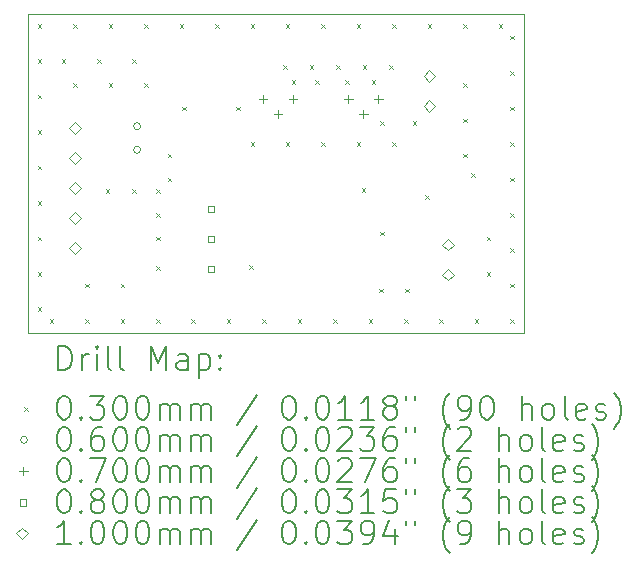
<source format=gbr>
%TF.GenerationSoftware,KiCad,Pcbnew,8.0.8*%
%TF.CreationDate,2025-02-06T15:12:19+01:00*%
%TF.ProjectId,mini-laser-driver,6d696e69-2d6c-4617-9365-722d64726976,rev?*%
%TF.SameCoordinates,Original*%
%TF.FileFunction,Drillmap*%
%TF.FilePolarity,Positive*%
%FSLAX45Y45*%
G04 Gerber Fmt 4.5, Leading zero omitted, Abs format (unit mm)*
G04 Created by KiCad (PCBNEW 8.0.8) date 2025-02-06 15:12:19*
%MOMM*%
%LPD*%
G01*
G04 APERTURE LIST*
%ADD10C,0.050000*%
%ADD11C,0.200000*%
%ADD12C,0.100000*%
G04 APERTURE END LIST*
D10*
X60700000Y-2700000D02*
X64900000Y-2700000D01*
X64900000Y-5400000D01*
X60700000Y-5400000D01*
X60700000Y-2700000D01*
D11*
D12*
X60785000Y-2785000D02*
X60815000Y-2815000D01*
X60815000Y-2785000D02*
X60785000Y-2815000D01*
X60785000Y-3085000D02*
X60815000Y-3115000D01*
X60815000Y-3085000D02*
X60785000Y-3115000D01*
X60785000Y-3385000D02*
X60815000Y-3415000D01*
X60815000Y-3385000D02*
X60785000Y-3415000D01*
X60785000Y-3685000D02*
X60815000Y-3715000D01*
X60815000Y-3685000D02*
X60785000Y-3715000D01*
X60785000Y-3985000D02*
X60815000Y-4015000D01*
X60815000Y-3985000D02*
X60785000Y-4015000D01*
X60785000Y-4285000D02*
X60815000Y-4315000D01*
X60815000Y-4285000D02*
X60785000Y-4315000D01*
X60785000Y-4585000D02*
X60815000Y-4615000D01*
X60815000Y-4585000D02*
X60785000Y-4615000D01*
X60785000Y-4885000D02*
X60815000Y-4915000D01*
X60815000Y-4885000D02*
X60785000Y-4915000D01*
X60785000Y-5185000D02*
X60815000Y-5215000D01*
X60815000Y-5185000D02*
X60785000Y-5215000D01*
X60885000Y-5285000D02*
X60915000Y-5315000D01*
X60915000Y-5285000D02*
X60885000Y-5315000D01*
X60985000Y-3085000D02*
X61015000Y-3115000D01*
X61015000Y-3085000D02*
X60985000Y-3115000D01*
X61085000Y-2785000D02*
X61115000Y-2815000D01*
X61115000Y-2785000D02*
X61085000Y-2815000D01*
X61085000Y-3285000D02*
X61115000Y-3315000D01*
X61115000Y-3285000D02*
X61085000Y-3315000D01*
X61185000Y-4985000D02*
X61215000Y-5015000D01*
X61215000Y-4985000D02*
X61185000Y-5015000D01*
X61185000Y-5285000D02*
X61215000Y-5315000D01*
X61215000Y-5285000D02*
X61185000Y-5315000D01*
X61285000Y-3085000D02*
X61315000Y-3115000D01*
X61315000Y-3085000D02*
X61285000Y-3115000D01*
X61360000Y-4185000D02*
X61390000Y-4215000D01*
X61390000Y-4185000D02*
X61360000Y-4215000D01*
X61385000Y-2785000D02*
X61415000Y-2815000D01*
X61415000Y-2785000D02*
X61385000Y-2815000D01*
X61385000Y-3285000D02*
X61415000Y-3315000D01*
X61415000Y-3285000D02*
X61385000Y-3315000D01*
X61485000Y-4985000D02*
X61515000Y-5015000D01*
X61515000Y-4985000D02*
X61485000Y-5015000D01*
X61485000Y-5285000D02*
X61515000Y-5315000D01*
X61515000Y-5285000D02*
X61485000Y-5315000D01*
X61585000Y-3085000D02*
X61615000Y-3115000D01*
X61615000Y-3085000D02*
X61585000Y-3115000D01*
X61585000Y-4185000D02*
X61615000Y-4215000D01*
X61615000Y-4185000D02*
X61585000Y-4215000D01*
X61685000Y-2785000D02*
X61715000Y-2815000D01*
X61715000Y-2785000D02*
X61685000Y-2815000D01*
X61685000Y-3285000D02*
X61715000Y-3315000D01*
X61715000Y-3285000D02*
X61685000Y-3315000D01*
X61785000Y-4185000D02*
X61815000Y-4215000D01*
X61815000Y-4185000D02*
X61785000Y-4215000D01*
X61785000Y-4385000D02*
X61815000Y-4415000D01*
X61815000Y-4385000D02*
X61785000Y-4415000D01*
X61785000Y-4585000D02*
X61815000Y-4615000D01*
X61815000Y-4585000D02*
X61785000Y-4615000D01*
X61785000Y-4835000D02*
X61815000Y-4865000D01*
X61815000Y-4835000D02*
X61785000Y-4865000D01*
X61785000Y-5285000D02*
X61815000Y-5315000D01*
X61815000Y-5285000D02*
X61785000Y-5315000D01*
X61885000Y-3885000D02*
X61915000Y-3915000D01*
X61915000Y-3885000D02*
X61885000Y-3915000D01*
X61885000Y-4085000D02*
X61915000Y-4115000D01*
X61915000Y-4085000D02*
X61885000Y-4115000D01*
X61985000Y-2785000D02*
X62015000Y-2815000D01*
X62015000Y-2785000D02*
X61985000Y-2815000D01*
X62005000Y-3485000D02*
X62035000Y-3515000D01*
X62035000Y-3485000D02*
X62005000Y-3515000D01*
X62085000Y-5285000D02*
X62115000Y-5315000D01*
X62115000Y-5285000D02*
X62085000Y-5315000D01*
X62285000Y-2785000D02*
X62315000Y-2815000D01*
X62315000Y-2785000D02*
X62285000Y-2815000D01*
X62385000Y-5285000D02*
X62415000Y-5315000D01*
X62415000Y-5285000D02*
X62385000Y-5315000D01*
X62465000Y-3485000D02*
X62495000Y-3515000D01*
X62495000Y-3485000D02*
X62465000Y-3515000D01*
X62575500Y-4825500D02*
X62605500Y-4855500D01*
X62605500Y-4825500D02*
X62575500Y-4855500D01*
X62585000Y-2785000D02*
X62615000Y-2815000D01*
X62615000Y-2785000D02*
X62585000Y-2815000D01*
X62585000Y-3785000D02*
X62615000Y-3815000D01*
X62615000Y-3785000D02*
X62585000Y-3815000D01*
X62685000Y-5285000D02*
X62715000Y-5315000D01*
X62715000Y-5285000D02*
X62685000Y-5315000D01*
X62860000Y-3135000D02*
X62890000Y-3165000D01*
X62890000Y-3135000D02*
X62860000Y-3165000D01*
X62885000Y-2785000D02*
X62915000Y-2815000D01*
X62915000Y-2785000D02*
X62885000Y-2815000D01*
X62885000Y-3785000D02*
X62915000Y-3815000D01*
X62915000Y-3785000D02*
X62885000Y-3815000D01*
X62935000Y-3260000D02*
X62965000Y-3290000D01*
X62965000Y-3260000D02*
X62935000Y-3290000D01*
X62985000Y-5285000D02*
X63015000Y-5315000D01*
X63015000Y-5285000D02*
X62985000Y-5315000D01*
X63085000Y-3135000D02*
X63115000Y-3165000D01*
X63115000Y-3135000D02*
X63085000Y-3165000D01*
X63135000Y-3260000D02*
X63165000Y-3290000D01*
X63165000Y-3260000D02*
X63135000Y-3290000D01*
X63185000Y-2785000D02*
X63215000Y-2815000D01*
X63215000Y-2785000D02*
X63185000Y-2815000D01*
X63185000Y-3785000D02*
X63215000Y-3815000D01*
X63215000Y-3785000D02*
X63185000Y-3815000D01*
X63285000Y-5285000D02*
X63315000Y-5315000D01*
X63315000Y-5285000D02*
X63285000Y-5315000D01*
X63310000Y-3135000D02*
X63340000Y-3165000D01*
X63340000Y-3135000D02*
X63310000Y-3165000D01*
X63385000Y-3260000D02*
X63415000Y-3290000D01*
X63415000Y-3260000D02*
X63385000Y-3290000D01*
X63485000Y-2785000D02*
X63515000Y-2815000D01*
X63515000Y-2785000D02*
X63485000Y-2815000D01*
X63485000Y-3785000D02*
X63515000Y-3815000D01*
X63515000Y-3785000D02*
X63485000Y-3815000D01*
X63525000Y-4176250D02*
X63555000Y-4206250D01*
X63555000Y-4176250D02*
X63525000Y-4206250D01*
X63535000Y-3135000D02*
X63565000Y-3165000D01*
X63565000Y-3135000D02*
X63535000Y-3165000D01*
X63585000Y-5285000D02*
X63615000Y-5315000D01*
X63615000Y-5285000D02*
X63585000Y-5315000D01*
X63610000Y-3260000D02*
X63640000Y-3290000D01*
X63640000Y-3260000D02*
X63610000Y-3290000D01*
X63675000Y-5025000D02*
X63705000Y-5055000D01*
X63705000Y-5025000D02*
X63675000Y-5055000D01*
X63685000Y-3610000D02*
X63715000Y-3640000D01*
X63715000Y-3610000D02*
X63685000Y-3640000D01*
X63685000Y-4545000D02*
X63715000Y-4575000D01*
X63715000Y-4545000D02*
X63685000Y-4575000D01*
X63760000Y-3135000D02*
X63790000Y-3165000D01*
X63790000Y-3135000D02*
X63760000Y-3165000D01*
X63785000Y-2785000D02*
X63815000Y-2815000D01*
X63815000Y-2785000D02*
X63785000Y-2815000D01*
X63785000Y-3785000D02*
X63815000Y-3815000D01*
X63815000Y-3785000D02*
X63785000Y-3815000D01*
X63885000Y-5285000D02*
X63915000Y-5315000D01*
X63915000Y-5285000D02*
X63885000Y-5315000D01*
X63895000Y-5025000D02*
X63925000Y-5055000D01*
X63925000Y-5025000D02*
X63895000Y-5055000D01*
X63960000Y-3610000D02*
X63990000Y-3640000D01*
X63990000Y-3610000D02*
X63960000Y-3640000D01*
X64064633Y-4232500D02*
X64094633Y-4262500D01*
X64094633Y-4232500D02*
X64064633Y-4262500D01*
X64085000Y-2785000D02*
X64115000Y-2815000D01*
X64115000Y-2785000D02*
X64085000Y-2815000D01*
X64185000Y-5285000D02*
X64215000Y-5315000D01*
X64215000Y-5285000D02*
X64185000Y-5315000D01*
X64385000Y-2785000D02*
X64415000Y-2815000D01*
X64415000Y-2785000D02*
X64385000Y-2815000D01*
X64385000Y-3285000D02*
X64415000Y-3315000D01*
X64415000Y-3285000D02*
X64385000Y-3315000D01*
X64385000Y-3585000D02*
X64415000Y-3615000D01*
X64415000Y-3585000D02*
X64385000Y-3615000D01*
X64385000Y-3885000D02*
X64415000Y-3915000D01*
X64415000Y-3885000D02*
X64385000Y-3915000D01*
X64455000Y-4048750D02*
X64485000Y-4078750D01*
X64485000Y-4048750D02*
X64455000Y-4078750D01*
X64485000Y-5285000D02*
X64515000Y-5315000D01*
X64515000Y-5285000D02*
X64485000Y-5315000D01*
X64585000Y-4585000D02*
X64615000Y-4615000D01*
X64615000Y-4585000D02*
X64585000Y-4615000D01*
X64585000Y-4885000D02*
X64615000Y-4915000D01*
X64615000Y-4885000D02*
X64585000Y-4915000D01*
X64685000Y-2785000D02*
X64715000Y-2815000D01*
X64715000Y-2785000D02*
X64685000Y-2815000D01*
X64785000Y-2885000D02*
X64815000Y-2915000D01*
X64815000Y-2885000D02*
X64785000Y-2915000D01*
X64785000Y-3185000D02*
X64815000Y-3215000D01*
X64815000Y-3185000D02*
X64785000Y-3215000D01*
X64785000Y-3485000D02*
X64815000Y-3515000D01*
X64815000Y-3485000D02*
X64785000Y-3515000D01*
X64785000Y-3785000D02*
X64815000Y-3815000D01*
X64815000Y-3785000D02*
X64785000Y-3815000D01*
X64785000Y-4085000D02*
X64815000Y-4115000D01*
X64815000Y-4085000D02*
X64785000Y-4115000D01*
X64785000Y-4385000D02*
X64815000Y-4415000D01*
X64815000Y-4385000D02*
X64785000Y-4415000D01*
X64785000Y-4685000D02*
X64815000Y-4715000D01*
X64815000Y-4685000D02*
X64785000Y-4715000D01*
X64785000Y-4985000D02*
X64815000Y-5015000D01*
X64815000Y-4985000D02*
X64785000Y-5015000D01*
X64785000Y-5285000D02*
X64815000Y-5315000D01*
X64815000Y-5285000D02*
X64785000Y-5315000D01*
X61655000Y-3650000D02*
G75*
G02*
X61595000Y-3650000I-30000J0D01*
G01*
X61595000Y-3650000D02*
G75*
G02*
X61655000Y-3650000I30000J0D01*
G01*
X61655000Y-3850000D02*
G75*
G02*
X61595000Y-3850000I-30000J0D01*
G01*
X61595000Y-3850000D02*
G75*
G02*
X61655000Y-3850000I30000J0D01*
G01*
X62691472Y-3383472D02*
X62691472Y-3453472D01*
X62656472Y-3418472D02*
X62726472Y-3418472D01*
X62818472Y-3510472D02*
X62818472Y-3580472D01*
X62783472Y-3545472D02*
X62853472Y-3545472D01*
X62945472Y-3383472D02*
X62945472Y-3453472D01*
X62910472Y-3418472D02*
X62980472Y-3418472D01*
X63414472Y-3383472D02*
X63414472Y-3453472D01*
X63379472Y-3418472D02*
X63449472Y-3418472D01*
X63541472Y-3510472D02*
X63541472Y-3580472D01*
X63506472Y-3545472D02*
X63576472Y-3545472D01*
X63668472Y-3383472D02*
X63668472Y-3453472D01*
X63633472Y-3418472D02*
X63703472Y-3418472D01*
X62278284Y-4378285D02*
X62278284Y-4321716D01*
X62221715Y-4321716D01*
X62221715Y-4378285D01*
X62278284Y-4378285D01*
X62278284Y-4632285D02*
X62278284Y-4575716D01*
X62221715Y-4575716D01*
X62221715Y-4632285D01*
X62278284Y-4632285D01*
X62278284Y-4886285D02*
X62278284Y-4829716D01*
X62221715Y-4829716D01*
X62221715Y-4886285D01*
X62278284Y-4886285D01*
X61100000Y-3717500D02*
X61150000Y-3667500D01*
X61100000Y-3617500D01*
X61050000Y-3667500D01*
X61100000Y-3717500D01*
X61100000Y-3971500D02*
X61150000Y-3921500D01*
X61100000Y-3871500D01*
X61050000Y-3921500D01*
X61100000Y-3971500D01*
X61100000Y-4225500D02*
X61150000Y-4175500D01*
X61100000Y-4125500D01*
X61050000Y-4175500D01*
X61100000Y-4225500D01*
X61100000Y-4479500D02*
X61150000Y-4429500D01*
X61100000Y-4379500D01*
X61050000Y-4429500D01*
X61100000Y-4479500D01*
X61100000Y-4733500D02*
X61150000Y-4683500D01*
X61100000Y-4633500D01*
X61050000Y-4683500D01*
X61100000Y-4733500D01*
X64100000Y-3272500D02*
X64150000Y-3222500D01*
X64100000Y-3172500D01*
X64050000Y-3222500D01*
X64100000Y-3272500D01*
X64100000Y-3526500D02*
X64150000Y-3476500D01*
X64100000Y-3426500D01*
X64050000Y-3476500D01*
X64100000Y-3526500D01*
X64260000Y-4702500D02*
X64310000Y-4652500D01*
X64260000Y-4602500D01*
X64210000Y-4652500D01*
X64260000Y-4702500D01*
X64260000Y-4956500D02*
X64310000Y-4906500D01*
X64260000Y-4856500D01*
X64210000Y-4906500D01*
X64260000Y-4956500D01*
D11*
X60958277Y-5713984D02*
X60958277Y-5513984D01*
X60958277Y-5513984D02*
X61005896Y-5513984D01*
X61005896Y-5513984D02*
X61034467Y-5523508D01*
X61034467Y-5523508D02*
X61053515Y-5542555D01*
X61053515Y-5542555D02*
X61063039Y-5561603D01*
X61063039Y-5561603D02*
X61072562Y-5599698D01*
X61072562Y-5599698D02*
X61072562Y-5628269D01*
X61072562Y-5628269D02*
X61063039Y-5666365D01*
X61063039Y-5666365D02*
X61053515Y-5685412D01*
X61053515Y-5685412D02*
X61034467Y-5704460D01*
X61034467Y-5704460D02*
X61005896Y-5713984D01*
X61005896Y-5713984D02*
X60958277Y-5713984D01*
X61158277Y-5713984D02*
X61158277Y-5580650D01*
X61158277Y-5618746D02*
X61167801Y-5599698D01*
X61167801Y-5599698D02*
X61177324Y-5590174D01*
X61177324Y-5590174D02*
X61196372Y-5580650D01*
X61196372Y-5580650D02*
X61215420Y-5580650D01*
X61282086Y-5713984D02*
X61282086Y-5580650D01*
X61282086Y-5513984D02*
X61272562Y-5523508D01*
X61272562Y-5523508D02*
X61282086Y-5533031D01*
X61282086Y-5533031D02*
X61291610Y-5523508D01*
X61291610Y-5523508D02*
X61282086Y-5513984D01*
X61282086Y-5513984D02*
X61282086Y-5533031D01*
X61405896Y-5713984D02*
X61386848Y-5704460D01*
X61386848Y-5704460D02*
X61377324Y-5685412D01*
X61377324Y-5685412D02*
X61377324Y-5513984D01*
X61510658Y-5713984D02*
X61491610Y-5704460D01*
X61491610Y-5704460D02*
X61482086Y-5685412D01*
X61482086Y-5685412D02*
X61482086Y-5513984D01*
X61739229Y-5713984D02*
X61739229Y-5513984D01*
X61739229Y-5513984D02*
X61805896Y-5656841D01*
X61805896Y-5656841D02*
X61872562Y-5513984D01*
X61872562Y-5513984D02*
X61872562Y-5713984D01*
X62053515Y-5713984D02*
X62053515Y-5609222D01*
X62053515Y-5609222D02*
X62043991Y-5590174D01*
X62043991Y-5590174D02*
X62024943Y-5580650D01*
X62024943Y-5580650D02*
X61986848Y-5580650D01*
X61986848Y-5580650D02*
X61967801Y-5590174D01*
X62053515Y-5704460D02*
X62034467Y-5713984D01*
X62034467Y-5713984D02*
X61986848Y-5713984D01*
X61986848Y-5713984D02*
X61967801Y-5704460D01*
X61967801Y-5704460D02*
X61958277Y-5685412D01*
X61958277Y-5685412D02*
X61958277Y-5666365D01*
X61958277Y-5666365D02*
X61967801Y-5647317D01*
X61967801Y-5647317D02*
X61986848Y-5637793D01*
X61986848Y-5637793D02*
X62034467Y-5637793D01*
X62034467Y-5637793D02*
X62053515Y-5628269D01*
X62148753Y-5580650D02*
X62148753Y-5780650D01*
X62148753Y-5590174D02*
X62167801Y-5580650D01*
X62167801Y-5580650D02*
X62205896Y-5580650D01*
X62205896Y-5580650D02*
X62224943Y-5590174D01*
X62224943Y-5590174D02*
X62234467Y-5599698D01*
X62234467Y-5599698D02*
X62243991Y-5618746D01*
X62243991Y-5618746D02*
X62243991Y-5675888D01*
X62243991Y-5675888D02*
X62234467Y-5694936D01*
X62234467Y-5694936D02*
X62224943Y-5704460D01*
X62224943Y-5704460D02*
X62205896Y-5713984D01*
X62205896Y-5713984D02*
X62167801Y-5713984D01*
X62167801Y-5713984D02*
X62148753Y-5704460D01*
X62329705Y-5694936D02*
X62339229Y-5704460D01*
X62339229Y-5704460D02*
X62329705Y-5713984D01*
X62329705Y-5713984D02*
X62320182Y-5704460D01*
X62320182Y-5704460D02*
X62329705Y-5694936D01*
X62329705Y-5694936D02*
X62329705Y-5713984D01*
X62329705Y-5590174D02*
X62339229Y-5599698D01*
X62339229Y-5599698D02*
X62329705Y-5609222D01*
X62329705Y-5609222D02*
X62320182Y-5599698D01*
X62320182Y-5599698D02*
X62329705Y-5590174D01*
X62329705Y-5590174D02*
X62329705Y-5609222D01*
D12*
X60667500Y-6027500D02*
X60697500Y-6057500D01*
X60697500Y-6027500D02*
X60667500Y-6057500D01*
D11*
X60996372Y-5933984D02*
X61015420Y-5933984D01*
X61015420Y-5933984D02*
X61034467Y-5943508D01*
X61034467Y-5943508D02*
X61043991Y-5953031D01*
X61043991Y-5953031D02*
X61053515Y-5972079D01*
X61053515Y-5972079D02*
X61063039Y-6010174D01*
X61063039Y-6010174D02*
X61063039Y-6057793D01*
X61063039Y-6057793D02*
X61053515Y-6095888D01*
X61053515Y-6095888D02*
X61043991Y-6114936D01*
X61043991Y-6114936D02*
X61034467Y-6124460D01*
X61034467Y-6124460D02*
X61015420Y-6133984D01*
X61015420Y-6133984D02*
X60996372Y-6133984D01*
X60996372Y-6133984D02*
X60977324Y-6124460D01*
X60977324Y-6124460D02*
X60967801Y-6114936D01*
X60967801Y-6114936D02*
X60958277Y-6095888D01*
X60958277Y-6095888D02*
X60948753Y-6057793D01*
X60948753Y-6057793D02*
X60948753Y-6010174D01*
X60948753Y-6010174D02*
X60958277Y-5972079D01*
X60958277Y-5972079D02*
X60967801Y-5953031D01*
X60967801Y-5953031D02*
X60977324Y-5943508D01*
X60977324Y-5943508D02*
X60996372Y-5933984D01*
X61148753Y-6114936D02*
X61158277Y-6124460D01*
X61158277Y-6124460D02*
X61148753Y-6133984D01*
X61148753Y-6133984D02*
X61139229Y-6124460D01*
X61139229Y-6124460D02*
X61148753Y-6114936D01*
X61148753Y-6114936D02*
X61148753Y-6133984D01*
X61224943Y-5933984D02*
X61348753Y-5933984D01*
X61348753Y-5933984D02*
X61282086Y-6010174D01*
X61282086Y-6010174D02*
X61310658Y-6010174D01*
X61310658Y-6010174D02*
X61329705Y-6019698D01*
X61329705Y-6019698D02*
X61339229Y-6029222D01*
X61339229Y-6029222D02*
X61348753Y-6048269D01*
X61348753Y-6048269D02*
X61348753Y-6095888D01*
X61348753Y-6095888D02*
X61339229Y-6114936D01*
X61339229Y-6114936D02*
X61329705Y-6124460D01*
X61329705Y-6124460D02*
X61310658Y-6133984D01*
X61310658Y-6133984D02*
X61253515Y-6133984D01*
X61253515Y-6133984D02*
X61234467Y-6124460D01*
X61234467Y-6124460D02*
X61224943Y-6114936D01*
X61472562Y-5933984D02*
X61491610Y-5933984D01*
X61491610Y-5933984D02*
X61510658Y-5943508D01*
X61510658Y-5943508D02*
X61520182Y-5953031D01*
X61520182Y-5953031D02*
X61529705Y-5972079D01*
X61529705Y-5972079D02*
X61539229Y-6010174D01*
X61539229Y-6010174D02*
X61539229Y-6057793D01*
X61539229Y-6057793D02*
X61529705Y-6095888D01*
X61529705Y-6095888D02*
X61520182Y-6114936D01*
X61520182Y-6114936D02*
X61510658Y-6124460D01*
X61510658Y-6124460D02*
X61491610Y-6133984D01*
X61491610Y-6133984D02*
X61472562Y-6133984D01*
X61472562Y-6133984D02*
X61453515Y-6124460D01*
X61453515Y-6124460D02*
X61443991Y-6114936D01*
X61443991Y-6114936D02*
X61434467Y-6095888D01*
X61434467Y-6095888D02*
X61424943Y-6057793D01*
X61424943Y-6057793D02*
X61424943Y-6010174D01*
X61424943Y-6010174D02*
X61434467Y-5972079D01*
X61434467Y-5972079D02*
X61443991Y-5953031D01*
X61443991Y-5953031D02*
X61453515Y-5943508D01*
X61453515Y-5943508D02*
X61472562Y-5933984D01*
X61663039Y-5933984D02*
X61682086Y-5933984D01*
X61682086Y-5933984D02*
X61701134Y-5943508D01*
X61701134Y-5943508D02*
X61710658Y-5953031D01*
X61710658Y-5953031D02*
X61720182Y-5972079D01*
X61720182Y-5972079D02*
X61729705Y-6010174D01*
X61729705Y-6010174D02*
X61729705Y-6057793D01*
X61729705Y-6057793D02*
X61720182Y-6095888D01*
X61720182Y-6095888D02*
X61710658Y-6114936D01*
X61710658Y-6114936D02*
X61701134Y-6124460D01*
X61701134Y-6124460D02*
X61682086Y-6133984D01*
X61682086Y-6133984D02*
X61663039Y-6133984D01*
X61663039Y-6133984D02*
X61643991Y-6124460D01*
X61643991Y-6124460D02*
X61634467Y-6114936D01*
X61634467Y-6114936D02*
X61624943Y-6095888D01*
X61624943Y-6095888D02*
X61615420Y-6057793D01*
X61615420Y-6057793D02*
X61615420Y-6010174D01*
X61615420Y-6010174D02*
X61624943Y-5972079D01*
X61624943Y-5972079D02*
X61634467Y-5953031D01*
X61634467Y-5953031D02*
X61643991Y-5943508D01*
X61643991Y-5943508D02*
X61663039Y-5933984D01*
X61815420Y-6133984D02*
X61815420Y-6000650D01*
X61815420Y-6019698D02*
X61824943Y-6010174D01*
X61824943Y-6010174D02*
X61843991Y-6000650D01*
X61843991Y-6000650D02*
X61872563Y-6000650D01*
X61872563Y-6000650D02*
X61891610Y-6010174D01*
X61891610Y-6010174D02*
X61901134Y-6029222D01*
X61901134Y-6029222D02*
X61901134Y-6133984D01*
X61901134Y-6029222D02*
X61910658Y-6010174D01*
X61910658Y-6010174D02*
X61929705Y-6000650D01*
X61929705Y-6000650D02*
X61958277Y-6000650D01*
X61958277Y-6000650D02*
X61977324Y-6010174D01*
X61977324Y-6010174D02*
X61986848Y-6029222D01*
X61986848Y-6029222D02*
X61986848Y-6133984D01*
X62082086Y-6133984D02*
X62082086Y-6000650D01*
X62082086Y-6019698D02*
X62091610Y-6010174D01*
X62091610Y-6010174D02*
X62110658Y-6000650D01*
X62110658Y-6000650D02*
X62139229Y-6000650D01*
X62139229Y-6000650D02*
X62158277Y-6010174D01*
X62158277Y-6010174D02*
X62167801Y-6029222D01*
X62167801Y-6029222D02*
X62167801Y-6133984D01*
X62167801Y-6029222D02*
X62177324Y-6010174D01*
X62177324Y-6010174D02*
X62196372Y-6000650D01*
X62196372Y-6000650D02*
X62224943Y-6000650D01*
X62224943Y-6000650D02*
X62243991Y-6010174D01*
X62243991Y-6010174D02*
X62253515Y-6029222D01*
X62253515Y-6029222D02*
X62253515Y-6133984D01*
X62643991Y-5924460D02*
X62472563Y-6181603D01*
X62901134Y-5933984D02*
X62920182Y-5933984D01*
X62920182Y-5933984D02*
X62939229Y-5943508D01*
X62939229Y-5943508D02*
X62948753Y-5953031D01*
X62948753Y-5953031D02*
X62958277Y-5972079D01*
X62958277Y-5972079D02*
X62967801Y-6010174D01*
X62967801Y-6010174D02*
X62967801Y-6057793D01*
X62967801Y-6057793D02*
X62958277Y-6095888D01*
X62958277Y-6095888D02*
X62948753Y-6114936D01*
X62948753Y-6114936D02*
X62939229Y-6124460D01*
X62939229Y-6124460D02*
X62920182Y-6133984D01*
X62920182Y-6133984D02*
X62901134Y-6133984D01*
X62901134Y-6133984D02*
X62882086Y-6124460D01*
X62882086Y-6124460D02*
X62872563Y-6114936D01*
X62872563Y-6114936D02*
X62863039Y-6095888D01*
X62863039Y-6095888D02*
X62853515Y-6057793D01*
X62853515Y-6057793D02*
X62853515Y-6010174D01*
X62853515Y-6010174D02*
X62863039Y-5972079D01*
X62863039Y-5972079D02*
X62872563Y-5953031D01*
X62872563Y-5953031D02*
X62882086Y-5943508D01*
X62882086Y-5943508D02*
X62901134Y-5933984D01*
X63053515Y-6114936D02*
X63063039Y-6124460D01*
X63063039Y-6124460D02*
X63053515Y-6133984D01*
X63053515Y-6133984D02*
X63043991Y-6124460D01*
X63043991Y-6124460D02*
X63053515Y-6114936D01*
X63053515Y-6114936D02*
X63053515Y-6133984D01*
X63186848Y-5933984D02*
X63205896Y-5933984D01*
X63205896Y-5933984D02*
X63224944Y-5943508D01*
X63224944Y-5943508D02*
X63234467Y-5953031D01*
X63234467Y-5953031D02*
X63243991Y-5972079D01*
X63243991Y-5972079D02*
X63253515Y-6010174D01*
X63253515Y-6010174D02*
X63253515Y-6057793D01*
X63253515Y-6057793D02*
X63243991Y-6095888D01*
X63243991Y-6095888D02*
X63234467Y-6114936D01*
X63234467Y-6114936D02*
X63224944Y-6124460D01*
X63224944Y-6124460D02*
X63205896Y-6133984D01*
X63205896Y-6133984D02*
X63186848Y-6133984D01*
X63186848Y-6133984D02*
X63167801Y-6124460D01*
X63167801Y-6124460D02*
X63158277Y-6114936D01*
X63158277Y-6114936D02*
X63148753Y-6095888D01*
X63148753Y-6095888D02*
X63139229Y-6057793D01*
X63139229Y-6057793D02*
X63139229Y-6010174D01*
X63139229Y-6010174D02*
X63148753Y-5972079D01*
X63148753Y-5972079D02*
X63158277Y-5953031D01*
X63158277Y-5953031D02*
X63167801Y-5943508D01*
X63167801Y-5943508D02*
X63186848Y-5933984D01*
X63443991Y-6133984D02*
X63329706Y-6133984D01*
X63386848Y-6133984D02*
X63386848Y-5933984D01*
X63386848Y-5933984D02*
X63367801Y-5962555D01*
X63367801Y-5962555D02*
X63348753Y-5981603D01*
X63348753Y-5981603D02*
X63329706Y-5991127D01*
X63634467Y-6133984D02*
X63520182Y-6133984D01*
X63577325Y-6133984D02*
X63577325Y-5933984D01*
X63577325Y-5933984D02*
X63558277Y-5962555D01*
X63558277Y-5962555D02*
X63539229Y-5981603D01*
X63539229Y-5981603D02*
X63520182Y-5991127D01*
X63748753Y-6019698D02*
X63729706Y-6010174D01*
X63729706Y-6010174D02*
X63720182Y-6000650D01*
X63720182Y-6000650D02*
X63710658Y-5981603D01*
X63710658Y-5981603D02*
X63710658Y-5972079D01*
X63710658Y-5972079D02*
X63720182Y-5953031D01*
X63720182Y-5953031D02*
X63729706Y-5943508D01*
X63729706Y-5943508D02*
X63748753Y-5933984D01*
X63748753Y-5933984D02*
X63786848Y-5933984D01*
X63786848Y-5933984D02*
X63805896Y-5943508D01*
X63805896Y-5943508D02*
X63815420Y-5953031D01*
X63815420Y-5953031D02*
X63824944Y-5972079D01*
X63824944Y-5972079D02*
X63824944Y-5981603D01*
X63824944Y-5981603D02*
X63815420Y-6000650D01*
X63815420Y-6000650D02*
X63805896Y-6010174D01*
X63805896Y-6010174D02*
X63786848Y-6019698D01*
X63786848Y-6019698D02*
X63748753Y-6019698D01*
X63748753Y-6019698D02*
X63729706Y-6029222D01*
X63729706Y-6029222D02*
X63720182Y-6038746D01*
X63720182Y-6038746D02*
X63710658Y-6057793D01*
X63710658Y-6057793D02*
X63710658Y-6095888D01*
X63710658Y-6095888D02*
X63720182Y-6114936D01*
X63720182Y-6114936D02*
X63729706Y-6124460D01*
X63729706Y-6124460D02*
X63748753Y-6133984D01*
X63748753Y-6133984D02*
X63786848Y-6133984D01*
X63786848Y-6133984D02*
X63805896Y-6124460D01*
X63805896Y-6124460D02*
X63815420Y-6114936D01*
X63815420Y-6114936D02*
X63824944Y-6095888D01*
X63824944Y-6095888D02*
X63824944Y-6057793D01*
X63824944Y-6057793D02*
X63815420Y-6038746D01*
X63815420Y-6038746D02*
X63805896Y-6029222D01*
X63805896Y-6029222D02*
X63786848Y-6019698D01*
X63901134Y-5933984D02*
X63901134Y-5972079D01*
X63977325Y-5933984D02*
X63977325Y-5972079D01*
X64272563Y-6210174D02*
X64263039Y-6200650D01*
X64263039Y-6200650D02*
X64243991Y-6172079D01*
X64243991Y-6172079D02*
X64234468Y-6153031D01*
X64234468Y-6153031D02*
X64224944Y-6124460D01*
X64224944Y-6124460D02*
X64215420Y-6076841D01*
X64215420Y-6076841D02*
X64215420Y-6038746D01*
X64215420Y-6038746D02*
X64224944Y-5991127D01*
X64224944Y-5991127D02*
X64234468Y-5962555D01*
X64234468Y-5962555D02*
X64243991Y-5943508D01*
X64243991Y-5943508D02*
X64263039Y-5914936D01*
X64263039Y-5914936D02*
X64272563Y-5905412D01*
X64358277Y-6133984D02*
X64396372Y-6133984D01*
X64396372Y-6133984D02*
X64415420Y-6124460D01*
X64415420Y-6124460D02*
X64424944Y-6114936D01*
X64424944Y-6114936D02*
X64443991Y-6086365D01*
X64443991Y-6086365D02*
X64453515Y-6048269D01*
X64453515Y-6048269D02*
X64453515Y-5972079D01*
X64453515Y-5972079D02*
X64443991Y-5953031D01*
X64443991Y-5953031D02*
X64434468Y-5943508D01*
X64434468Y-5943508D02*
X64415420Y-5933984D01*
X64415420Y-5933984D02*
X64377325Y-5933984D01*
X64377325Y-5933984D02*
X64358277Y-5943508D01*
X64358277Y-5943508D02*
X64348753Y-5953031D01*
X64348753Y-5953031D02*
X64339229Y-5972079D01*
X64339229Y-5972079D02*
X64339229Y-6019698D01*
X64339229Y-6019698D02*
X64348753Y-6038746D01*
X64348753Y-6038746D02*
X64358277Y-6048269D01*
X64358277Y-6048269D02*
X64377325Y-6057793D01*
X64377325Y-6057793D02*
X64415420Y-6057793D01*
X64415420Y-6057793D02*
X64434468Y-6048269D01*
X64434468Y-6048269D02*
X64443991Y-6038746D01*
X64443991Y-6038746D02*
X64453515Y-6019698D01*
X64577325Y-5933984D02*
X64596372Y-5933984D01*
X64596372Y-5933984D02*
X64615420Y-5943508D01*
X64615420Y-5943508D02*
X64624944Y-5953031D01*
X64624944Y-5953031D02*
X64634468Y-5972079D01*
X64634468Y-5972079D02*
X64643991Y-6010174D01*
X64643991Y-6010174D02*
X64643991Y-6057793D01*
X64643991Y-6057793D02*
X64634468Y-6095888D01*
X64634468Y-6095888D02*
X64624944Y-6114936D01*
X64624944Y-6114936D02*
X64615420Y-6124460D01*
X64615420Y-6124460D02*
X64596372Y-6133984D01*
X64596372Y-6133984D02*
X64577325Y-6133984D01*
X64577325Y-6133984D02*
X64558277Y-6124460D01*
X64558277Y-6124460D02*
X64548753Y-6114936D01*
X64548753Y-6114936D02*
X64539229Y-6095888D01*
X64539229Y-6095888D02*
X64529706Y-6057793D01*
X64529706Y-6057793D02*
X64529706Y-6010174D01*
X64529706Y-6010174D02*
X64539229Y-5972079D01*
X64539229Y-5972079D02*
X64548753Y-5953031D01*
X64548753Y-5953031D02*
X64558277Y-5943508D01*
X64558277Y-5943508D02*
X64577325Y-5933984D01*
X64882087Y-6133984D02*
X64882087Y-5933984D01*
X64967801Y-6133984D02*
X64967801Y-6029222D01*
X64967801Y-6029222D02*
X64958277Y-6010174D01*
X64958277Y-6010174D02*
X64939230Y-6000650D01*
X64939230Y-6000650D02*
X64910658Y-6000650D01*
X64910658Y-6000650D02*
X64891610Y-6010174D01*
X64891610Y-6010174D02*
X64882087Y-6019698D01*
X65091610Y-6133984D02*
X65072563Y-6124460D01*
X65072563Y-6124460D02*
X65063039Y-6114936D01*
X65063039Y-6114936D02*
X65053515Y-6095888D01*
X65053515Y-6095888D02*
X65053515Y-6038746D01*
X65053515Y-6038746D02*
X65063039Y-6019698D01*
X65063039Y-6019698D02*
X65072563Y-6010174D01*
X65072563Y-6010174D02*
X65091610Y-6000650D01*
X65091610Y-6000650D02*
X65120182Y-6000650D01*
X65120182Y-6000650D02*
X65139230Y-6010174D01*
X65139230Y-6010174D02*
X65148753Y-6019698D01*
X65148753Y-6019698D02*
X65158277Y-6038746D01*
X65158277Y-6038746D02*
X65158277Y-6095888D01*
X65158277Y-6095888D02*
X65148753Y-6114936D01*
X65148753Y-6114936D02*
X65139230Y-6124460D01*
X65139230Y-6124460D02*
X65120182Y-6133984D01*
X65120182Y-6133984D02*
X65091610Y-6133984D01*
X65272563Y-6133984D02*
X65253515Y-6124460D01*
X65253515Y-6124460D02*
X65243991Y-6105412D01*
X65243991Y-6105412D02*
X65243991Y-5933984D01*
X65424944Y-6124460D02*
X65405896Y-6133984D01*
X65405896Y-6133984D02*
X65367801Y-6133984D01*
X65367801Y-6133984D02*
X65348753Y-6124460D01*
X65348753Y-6124460D02*
X65339230Y-6105412D01*
X65339230Y-6105412D02*
X65339230Y-6029222D01*
X65339230Y-6029222D02*
X65348753Y-6010174D01*
X65348753Y-6010174D02*
X65367801Y-6000650D01*
X65367801Y-6000650D02*
X65405896Y-6000650D01*
X65405896Y-6000650D02*
X65424944Y-6010174D01*
X65424944Y-6010174D02*
X65434468Y-6029222D01*
X65434468Y-6029222D02*
X65434468Y-6048269D01*
X65434468Y-6048269D02*
X65339230Y-6067317D01*
X65510658Y-6124460D02*
X65529706Y-6133984D01*
X65529706Y-6133984D02*
X65567801Y-6133984D01*
X65567801Y-6133984D02*
X65586849Y-6124460D01*
X65586849Y-6124460D02*
X65596372Y-6105412D01*
X65596372Y-6105412D02*
X65596372Y-6095888D01*
X65596372Y-6095888D02*
X65586849Y-6076841D01*
X65586849Y-6076841D02*
X65567801Y-6067317D01*
X65567801Y-6067317D02*
X65539230Y-6067317D01*
X65539230Y-6067317D02*
X65520182Y-6057793D01*
X65520182Y-6057793D02*
X65510658Y-6038746D01*
X65510658Y-6038746D02*
X65510658Y-6029222D01*
X65510658Y-6029222D02*
X65520182Y-6010174D01*
X65520182Y-6010174D02*
X65539230Y-6000650D01*
X65539230Y-6000650D02*
X65567801Y-6000650D01*
X65567801Y-6000650D02*
X65586849Y-6010174D01*
X65663039Y-6210174D02*
X65672563Y-6200650D01*
X65672563Y-6200650D02*
X65691611Y-6172079D01*
X65691611Y-6172079D02*
X65701134Y-6153031D01*
X65701134Y-6153031D02*
X65710658Y-6124460D01*
X65710658Y-6124460D02*
X65720182Y-6076841D01*
X65720182Y-6076841D02*
X65720182Y-6038746D01*
X65720182Y-6038746D02*
X65710658Y-5991127D01*
X65710658Y-5991127D02*
X65701134Y-5962555D01*
X65701134Y-5962555D02*
X65691611Y-5943508D01*
X65691611Y-5943508D02*
X65672563Y-5914936D01*
X65672563Y-5914936D02*
X65663039Y-5905412D01*
D12*
X60697500Y-6306500D02*
G75*
G02*
X60637500Y-6306500I-30000J0D01*
G01*
X60637500Y-6306500D02*
G75*
G02*
X60697500Y-6306500I30000J0D01*
G01*
D11*
X60996372Y-6197984D02*
X61015420Y-6197984D01*
X61015420Y-6197984D02*
X61034467Y-6207508D01*
X61034467Y-6207508D02*
X61043991Y-6217031D01*
X61043991Y-6217031D02*
X61053515Y-6236079D01*
X61053515Y-6236079D02*
X61063039Y-6274174D01*
X61063039Y-6274174D02*
X61063039Y-6321793D01*
X61063039Y-6321793D02*
X61053515Y-6359888D01*
X61053515Y-6359888D02*
X61043991Y-6378936D01*
X61043991Y-6378936D02*
X61034467Y-6388460D01*
X61034467Y-6388460D02*
X61015420Y-6397984D01*
X61015420Y-6397984D02*
X60996372Y-6397984D01*
X60996372Y-6397984D02*
X60977324Y-6388460D01*
X60977324Y-6388460D02*
X60967801Y-6378936D01*
X60967801Y-6378936D02*
X60958277Y-6359888D01*
X60958277Y-6359888D02*
X60948753Y-6321793D01*
X60948753Y-6321793D02*
X60948753Y-6274174D01*
X60948753Y-6274174D02*
X60958277Y-6236079D01*
X60958277Y-6236079D02*
X60967801Y-6217031D01*
X60967801Y-6217031D02*
X60977324Y-6207508D01*
X60977324Y-6207508D02*
X60996372Y-6197984D01*
X61148753Y-6378936D02*
X61158277Y-6388460D01*
X61158277Y-6388460D02*
X61148753Y-6397984D01*
X61148753Y-6397984D02*
X61139229Y-6388460D01*
X61139229Y-6388460D02*
X61148753Y-6378936D01*
X61148753Y-6378936D02*
X61148753Y-6397984D01*
X61329705Y-6197984D02*
X61291610Y-6197984D01*
X61291610Y-6197984D02*
X61272562Y-6207508D01*
X61272562Y-6207508D02*
X61263039Y-6217031D01*
X61263039Y-6217031D02*
X61243991Y-6245603D01*
X61243991Y-6245603D02*
X61234467Y-6283698D01*
X61234467Y-6283698D02*
X61234467Y-6359888D01*
X61234467Y-6359888D02*
X61243991Y-6378936D01*
X61243991Y-6378936D02*
X61253515Y-6388460D01*
X61253515Y-6388460D02*
X61272562Y-6397984D01*
X61272562Y-6397984D02*
X61310658Y-6397984D01*
X61310658Y-6397984D02*
X61329705Y-6388460D01*
X61329705Y-6388460D02*
X61339229Y-6378936D01*
X61339229Y-6378936D02*
X61348753Y-6359888D01*
X61348753Y-6359888D02*
X61348753Y-6312269D01*
X61348753Y-6312269D02*
X61339229Y-6293222D01*
X61339229Y-6293222D02*
X61329705Y-6283698D01*
X61329705Y-6283698D02*
X61310658Y-6274174D01*
X61310658Y-6274174D02*
X61272562Y-6274174D01*
X61272562Y-6274174D02*
X61253515Y-6283698D01*
X61253515Y-6283698D02*
X61243991Y-6293222D01*
X61243991Y-6293222D02*
X61234467Y-6312269D01*
X61472562Y-6197984D02*
X61491610Y-6197984D01*
X61491610Y-6197984D02*
X61510658Y-6207508D01*
X61510658Y-6207508D02*
X61520182Y-6217031D01*
X61520182Y-6217031D02*
X61529705Y-6236079D01*
X61529705Y-6236079D02*
X61539229Y-6274174D01*
X61539229Y-6274174D02*
X61539229Y-6321793D01*
X61539229Y-6321793D02*
X61529705Y-6359888D01*
X61529705Y-6359888D02*
X61520182Y-6378936D01*
X61520182Y-6378936D02*
X61510658Y-6388460D01*
X61510658Y-6388460D02*
X61491610Y-6397984D01*
X61491610Y-6397984D02*
X61472562Y-6397984D01*
X61472562Y-6397984D02*
X61453515Y-6388460D01*
X61453515Y-6388460D02*
X61443991Y-6378936D01*
X61443991Y-6378936D02*
X61434467Y-6359888D01*
X61434467Y-6359888D02*
X61424943Y-6321793D01*
X61424943Y-6321793D02*
X61424943Y-6274174D01*
X61424943Y-6274174D02*
X61434467Y-6236079D01*
X61434467Y-6236079D02*
X61443991Y-6217031D01*
X61443991Y-6217031D02*
X61453515Y-6207508D01*
X61453515Y-6207508D02*
X61472562Y-6197984D01*
X61663039Y-6197984D02*
X61682086Y-6197984D01*
X61682086Y-6197984D02*
X61701134Y-6207508D01*
X61701134Y-6207508D02*
X61710658Y-6217031D01*
X61710658Y-6217031D02*
X61720182Y-6236079D01*
X61720182Y-6236079D02*
X61729705Y-6274174D01*
X61729705Y-6274174D02*
X61729705Y-6321793D01*
X61729705Y-6321793D02*
X61720182Y-6359888D01*
X61720182Y-6359888D02*
X61710658Y-6378936D01*
X61710658Y-6378936D02*
X61701134Y-6388460D01*
X61701134Y-6388460D02*
X61682086Y-6397984D01*
X61682086Y-6397984D02*
X61663039Y-6397984D01*
X61663039Y-6397984D02*
X61643991Y-6388460D01*
X61643991Y-6388460D02*
X61634467Y-6378936D01*
X61634467Y-6378936D02*
X61624943Y-6359888D01*
X61624943Y-6359888D02*
X61615420Y-6321793D01*
X61615420Y-6321793D02*
X61615420Y-6274174D01*
X61615420Y-6274174D02*
X61624943Y-6236079D01*
X61624943Y-6236079D02*
X61634467Y-6217031D01*
X61634467Y-6217031D02*
X61643991Y-6207508D01*
X61643991Y-6207508D02*
X61663039Y-6197984D01*
X61815420Y-6397984D02*
X61815420Y-6264650D01*
X61815420Y-6283698D02*
X61824943Y-6274174D01*
X61824943Y-6274174D02*
X61843991Y-6264650D01*
X61843991Y-6264650D02*
X61872563Y-6264650D01*
X61872563Y-6264650D02*
X61891610Y-6274174D01*
X61891610Y-6274174D02*
X61901134Y-6293222D01*
X61901134Y-6293222D02*
X61901134Y-6397984D01*
X61901134Y-6293222D02*
X61910658Y-6274174D01*
X61910658Y-6274174D02*
X61929705Y-6264650D01*
X61929705Y-6264650D02*
X61958277Y-6264650D01*
X61958277Y-6264650D02*
X61977324Y-6274174D01*
X61977324Y-6274174D02*
X61986848Y-6293222D01*
X61986848Y-6293222D02*
X61986848Y-6397984D01*
X62082086Y-6397984D02*
X62082086Y-6264650D01*
X62082086Y-6283698D02*
X62091610Y-6274174D01*
X62091610Y-6274174D02*
X62110658Y-6264650D01*
X62110658Y-6264650D02*
X62139229Y-6264650D01*
X62139229Y-6264650D02*
X62158277Y-6274174D01*
X62158277Y-6274174D02*
X62167801Y-6293222D01*
X62167801Y-6293222D02*
X62167801Y-6397984D01*
X62167801Y-6293222D02*
X62177324Y-6274174D01*
X62177324Y-6274174D02*
X62196372Y-6264650D01*
X62196372Y-6264650D02*
X62224943Y-6264650D01*
X62224943Y-6264650D02*
X62243991Y-6274174D01*
X62243991Y-6274174D02*
X62253515Y-6293222D01*
X62253515Y-6293222D02*
X62253515Y-6397984D01*
X62643991Y-6188460D02*
X62472563Y-6445603D01*
X62901134Y-6197984D02*
X62920182Y-6197984D01*
X62920182Y-6197984D02*
X62939229Y-6207508D01*
X62939229Y-6207508D02*
X62948753Y-6217031D01*
X62948753Y-6217031D02*
X62958277Y-6236079D01*
X62958277Y-6236079D02*
X62967801Y-6274174D01*
X62967801Y-6274174D02*
X62967801Y-6321793D01*
X62967801Y-6321793D02*
X62958277Y-6359888D01*
X62958277Y-6359888D02*
X62948753Y-6378936D01*
X62948753Y-6378936D02*
X62939229Y-6388460D01*
X62939229Y-6388460D02*
X62920182Y-6397984D01*
X62920182Y-6397984D02*
X62901134Y-6397984D01*
X62901134Y-6397984D02*
X62882086Y-6388460D01*
X62882086Y-6388460D02*
X62872563Y-6378936D01*
X62872563Y-6378936D02*
X62863039Y-6359888D01*
X62863039Y-6359888D02*
X62853515Y-6321793D01*
X62853515Y-6321793D02*
X62853515Y-6274174D01*
X62853515Y-6274174D02*
X62863039Y-6236079D01*
X62863039Y-6236079D02*
X62872563Y-6217031D01*
X62872563Y-6217031D02*
X62882086Y-6207508D01*
X62882086Y-6207508D02*
X62901134Y-6197984D01*
X63053515Y-6378936D02*
X63063039Y-6388460D01*
X63063039Y-6388460D02*
X63053515Y-6397984D01*
X63053515Y-6397984D02*
X63043991Y-6388460D01*
X63043991Y-6388460D02*
X63053515Y-6378936D01*
X63053515Y-6378936D02*
X63053515Y-6397984D01*
X63186848Y-6197984D02*
X63205896Y-6197984D01*
X63205896Y-6197984D02*
X63224944Y-6207508D01*
X63224944Y-6207508D02*
X63234467Y-6217031D01*
X63234467Y-6217031D02*
X63243991Y-6236079D01*
X63243991Y-6236079D02*
X63253515Y-6274174D01*
X63253515Y-6274174D02*
X63253515Y-6321793D01*
X63253515Y-6321793D02*
X63243991Y-6359888D01*
X63243991Y-6359888D02*
X63234467Y-6378936D01*
X63234467Y-6378936D02*
X63224944Y-6388460D01*
X63224944Y-6388460D02*
X63205896Y-6397984D01*
X63205896Y-6397984D02*
X63186848Y-6397984D01*
X63186848Y-6397984D02*
X63167801Y-6388460D01*
X63167801Y-6388460D02*
X63158277Y-6378936D01*
X63158277Y-6378936D02*
X63148753Y-6359888D01*
X63148753Y-6359888D02*
X63139229Y-6321793D01*
X63139229Y-6321793D02*
X63139229Y-6274174D01*
X63139229Y-6274174D02*
X63148753Y-6236079D01*
X63148753Y-6236079D02*
X63158277Y-6217031D01*
X63158277Y-6217031D02*
X63167801Y-6207508D01*
X63167801Y-6207508D02*
X63186848Y-6197984D01*
X63329706Y-6217031D02*
X63339229Y-6207508D01*
X63339229Y-6207508D02*
X63358277Y-6197984D01*
X63358277Y-6197984D02*
X63405896Y-6197984D01*
X63405896Y-6197984D02*
X63424944Y-6207508D01*
X63424944Y-6207508D02*
X63434467Y-6217031D01*
X63434467Y-6217031D02*
X63443991Y-6236079D01*
X63443991Y-6236079D02*
X63443991Y-6255127D01*
X63443991Y-6255127D02*
X63434467Y-6283698D01*
X63434467Y-6283698D02*
X63320182Y-6397984D01*
X63320182Y-6397984D02*
X63443991Y-6397984D01*
X63510658Y-6197984D02*
X63634467Y-6197984D01*
X63634467Y-6197984D02*
X63567801Y-6274174D01*
X63567801Y-6274174D02*
X63596372Y-6274174D01*
X63596372Y-6274174D02*
X63615420Y-6283698D01*
X63615420Y-6283698D02*
X63624944Y-6293222D01*
X63624944Y-6293222D02*
X63634467Y-6312269D01*
X63634467Y-6312269D02*
X63634467Y-6359888D01*
X63634467Y-6359888D02*
X63624944Y-6378936D01*
X63624944Y-6378936D02*
X63615420Y-6388460D01*
X63615420Y-6388460D02*
X63596372Y-6397984D01*
X63596372Y-6397984D02*
X63539229Y-6397984D01*
X63539229Y-6397984D02*
X63520182Y-6388460D01*
X63520182Y-6388460D02*
X63510658Y-6378936D01*
X63805896Y-6197984D02*
X63767801Y-6197984D01*
X63767801Y-6197984D02*
X63748753Y-6207508D01*
X63748753Y-6207508D02*
X63739229Y-6217031D01*
X63739229Y-6217031D02*
X63720182Y-6245603D01*
X63720182Y-6245603D02*
X63710658Y-6283698D01*
X63710658Y-6283698D02*
X63710658Y-6359888D01*
X63710658Y-6359888D02*
X63720182Y-6378936D01*
X63720182Y-6378936D02*
X63729706Y-6388460D01*
X63729706Y-6388460D02*
X63748753Y-6397984D01*
X63748753Y-6397984D02*
X63786848Y-6397984D01*
X63786848Y-6397984D02*
X63805896Y-6388460D01*
X63805896Y-6388460D02*
X63815420Y-6378936D01*
X63815420Y-6378936D02*
X63824944Y-6359888D01*
X63824944Y-6359888D02*
X63824944Y-6312269D01*
X63824944Y-6312269D02*
X63815420Y-6293222D01*
X63815420Y-6293222D02*
X63805896Y-6283698D01*
X63805896Y-6283698D02*
X63786848Y-6274174D01*
X63786848Y-6274174D02*
X63748753Y-6274174D01*
X63748753Y-6274174D02*
X63729706Y-6283698D01*
X63729706Y-6283698D02*
X63720182Y-6293222D01*
X63720182Y-6293222D02*
X63710658Y-6312269D01*
X63901134Y-6197984D02*
X63901134Y-6236079D01*
X63977325Y-6197984D02*
X63977325Y-6236079D01*
X64272563Y-6474174D02*
X64263039Y-6464650D01*
X64263039Y-6464650D02*
X64243991Y-6436079D01*
X64243991Y-6436079D02*
X64234468Y-6417031D01*
X64234468Y-6417031D02*
X64224944Y-6388460D01*
X64224944Y-6388460D02*
X64215420Y-6340841D01*
X64215420Y-6340841D02*
X64215420Y-6302746D01*
X64215420Y-6302746D02*
X64224944Y-6255127D01*
X64224944Y-6255127D02*
X64234468Y-6226555D01*
X64234468Y-6226555D02*
X64243991Y-6207508D01*
X64243991Y-6207508D02*
X64263039Y-6178936D01*
X64263039Y-6178936D02*
X64272563Y-6169412D01*
X64339229Y-6217031D02*
X64348753Y-6207508D01*
X64348753Y-6207508D02*
X64367801Y-6197984D01*
X64367801Y-6197984D02*
X64415420Y-6197984D01*
X64415420Y-6197984D02*
X64434468Y-6207508D01*
X64434468Y-6207508D02*
X64443991Y-6217031D01*
X64443991Y-6217031D02*
X64453515Y-6236079D01*
X64453515Y-6236079D02*
X64453515Y-6255127D01*
X64453515Y-6255127D02*
X64443991Y-6283698D01*
X64443991Y-6283698D02*
X64329706Y-6397984D01*
X64329706Y-6397984D02*
X64453515Y-6397984D01*
X64691610Y-6397984D02*
X64691610Y-6197984D01*
X64777325Y-6397984D02*
X64777325Y-6293222D01*
X64777325Y-6293222D02*
X64767801Y-6274174D01*
X64767801Y-6274174D02*
X64748753Y-6264650D01*
X64748753Y-6264650D02*
X64720182Y-6264650D01*
X64720182Y-6264650D02*
X64701134Y-6274174D01*
X64701134Y-6274174D02*
X64691610Y-6283698D01*
X64901134Y-6397984D02*
X64882087Y-6388460D01*
X64882087Y-6388460D02*
X64872563Y-6378936D01*
X64872563Y-6378936D02*
X64863039Y-6359888D01*
X64863039Y-6359888D02*
X64863039Y-6302746D01*
X64863039Y-6302746D02*
X64872563Y-6283698D01*
X64872563Y-6283698D02*
X64882087Y-6274174D01*
X64882087Y-6274174D02*
X64901134Y-6264650D01*
X64901134Y-6264650D02*
X64929706Y-6264650D01*
X64929706Y-6264650D02*
X64948753Y-6274174D01*
X64948753Y-6274174D02*
X64958277Y-6283698D01*
X64958277Y-6283698D02*
X64967801Y-6302746D01*
X64967801Y-6302746D02*
X64967801Y-6359888D01*
X64967801Y-6359888D02*
X64958277Y-6378936D01*
X64958277Y-6378936D02*
X64948753Y-6388460D01*
X64948753Y-6388460D02*
X64929706Y-6397984D01*
X64929706Y-6397984D02*
X64901134Y-6397984D01*
X65082087Y-6397984D02*
X65063039Y-6388460D01*
X65063039Y-6388460D02*
X65053515Y-6369412D01*
X65053515Y-6369412D02*
X65053515Y-6197984D01*
X65234468Y-6388460D02*
X65215420Y-6397984D01*
X65215420Y-6397984D02*
X65177325Y-6397984D01*
X65177325Y-6397984D02*
X65158277Y-6388460D01*
X65158277Y-6388460D02*
X65148753Y-6369412D01*
X65148753Y-6369412D02*
X65148753Y-6293222D01*
X65148753Y-6293222D02*
X65158277Y-6274174D01*
X65158277Y-6274174D02*
X65177325Y-6264650D01*
X65177325Y-6264650D02*
X65215420Y-6264650D01*
X65215420Y-6264650D02*
X65234468Y-6274174D01*
X65234468Y-6274174D02*
X65243991Y-6293222D01*
X65243991Y-6293222D02*
X65243991Y-6312269D01*
X65243991Y-6312269D02*
X65148753Y-6331317D01*
X65320182Y-6388460D02*
X65339230Y-6397984D01*
X65339230Y-6397984D02*
X65377325Y-6397984D01*
X65377325Y-6397984D02*
X65396372Y-6388460D01*
X65396372Y-6388460D02*
X65405896Y-6369412D01*
X65405896Y-6369412D02*
X65405896Y-6359888D01*
X65405896Y-6359888D02*
X65396372Y-6340841D01*
X65396372Y-6340841D02*
X65377325Y-6331317D01*
X65377325Y-6331317D02*
X65348753Y-6331317D01*
X65348753Y-6331317D02*
X65329706Y-6321793D01*
X65329706Y-6321793D02*
X65320182Y-6302746D01*
X65320182Y-6302746D02*
X65320182Y-6293222D01*
X65320182Y-6293222D02*
X65329706Y-6274174D01*
X65329706Y-6274174D02*
X65348753Y-6264650D01*
X65348753Y-6264650D02*
X65377325Y-6264650D01*
X65377325Y-6264650D02*
X65396372Y-6274174D01*
X65472563Y-6474174D02*
X65482087Y-6464650D01*
X65482087Y-6464650D02*
X65501134Y-6436079D01*
X65501134Y-6436079D02*
X65510658Y-6417031D01*
X65510658Y-6417031D02*
X65520182Y-6388460D01*
X65520182Y-6388460D02*
X65529706Y-6340841D01*
X65529706Y-6340841D02*
X65529706Y-6302746D01*
X65529706Y-6302746D02*
X65520182Y-6255127D01*
X65520182Y-6255127D02*
X65510658Y-6226555D01*
X65510658Y-6226555D02*
X65501134Y-6207508D01*
X65501134Y-6207508D02*
X65482087Y-6178936D01*
X65482087Y-6178936D02*
X65472563Y-6169412D01*
D12*
X60662500Y-6535500D02*
X60662500Y-6605500D01*
X60627500Y-6570500D02*
X60697500Y-6570500D01*
D11*
X60996372Y-6461984D02*
X61015420Y-6461984D01*
X61015420Y-6461984D02*
X61034467Y-6471508D01*
X61034467Y-6471508D02*
X61043991Y-6481031D01*
X61043991Y-6481031D02*
X61053515Y-6500079D01*
X61053515Y-6500079D02*
X61063039Y-6538174D01*
X61063039Y-6538174D02*
X61063039Y-6585793D01*
X61063039Y-6585793D02*
X61053515Y-6623888D01*
X61053515Y-6623888D02*
X61043991Y-6642936D01*
X61043991Y-6642936D02*
X61034467Y-6652460D01*
X61034467Y-6652460D02*
X61015420Y-6661984D01*
X61015420Y-6661984D02*
X60996372Y-6661984D01*
X60996372Y-6661984D02*
X60977324Y-6652460D01*
X60977324Y-6652460D02*
X60967801Y-6642936D01*
X60967801Y-6642936D02*
X60958277Y-6623888D01*
X60958277Y-6623888D02*
X60948753Y-6585793D01*
X60948753Y-6585793D02*
X60948753Y-6538174D01*
X60948753Y-6538174D02*
X60958277Y-6500079D01*
X60958277Y-6500079D02*
X60967801Y-6481031D01*
X60967801Y-6481031D02*
X60977324Y-6471508D01*
X60977324Y-6471508D02*
X60996372Y-6461984D01*
X61148753Y-6642936D02*
X61158277Y-6652460D01*
X61158277Y-6652460D02*
X61148753Y-6661984D01*
X61148753Y-6661984D02*
X61139229Y-6652460D01*
X61139229Y-6652460D02*
X61148753Y-6642936D01*
X61148753Y-6642936D02*
X61148753Y-6661984D01*
X61224943Y-6461984D02*
X61358277Y-6461984D01*
X61358277Y-6461984D02*
X61272562Y-6661984D01*
X61472562Y-6461984D02*
X61491610Y-6461984D01*
X61491610Y-6461984D02*
X61510658Y-6471508D01*
X61510658Y-6471508D02*
X61520182Y-6481031D01*
X61520182Y-6481031D02*
X61529705Y-6500079D01*
X61529705Y-6500079D02*
X61539229Y-6538174D01*
X61539229Y-6538174D02*
X61539229Y-6585793D01*
X61539229Y-6585793D02*
X61529705Y-6623888D01*
X61529705Y-6623888D02*
X61520182Y-6642936D01*
X61520182Y-6642936D02*
X61510658Y-6652460D01*
X61510658Y-6652460D02*
X61491610Y-6661984D01*
X61491610Y-6661984D02*
X61472562Y-6661984D01*
X61472562Y-6661984D02*
X61453515Y-6652460D01*
X61453515Y-6652460D02*
X61443991Y-6642936D01*
X61443991Y-6642936D02*
X61434467Y-6623888D01*
X61434467Y-6623888D02*
X61424943Y-6585793D01*
X61424943Y-6585793D02*
X61424943Y-6538174D01*
X61424943Y-6538174D02*
X61434467Y-6500079D01*
X61434467Y-6500079D02*
X61443991Y-6481031D01*
X61443991Y-6481031D02*
X61453515Y-6471508D01*
X61453515Y-6471508D02*
X61472562Y-6461984D01*
X61663039Y-6461984D02*
X61682086Y-6461984D01*
X61682086Y-6461984D02*
X61701134Y-6471508D01*
X61701134Y-6471508D02*
X61710658Y-6481031D01*
X61710658Y-6481031D02*
X61720182Y-6500079D01*
X61720182Y-6500079D02*
X61729705Y-6538174D01*
X61729705Y-6538174D02*
X61729705Y-6585793D01*
X61729705Y-6585793D02*
X61720182Y-6623888D01*
X61720182Y-6623888D02*
X61710658Y-6642936D01*
X61710658Y-6642936D02*
X61701134Y-6652460D01*
X61701134Y-6652460D02*
X61682086Y-6661984D01*
X61682086Y-6661984D02*
X61663039Y-6661984D01*
X61663039Y-6661984D02*
X61643991Y-6652460D01*
X61643991Y-6652460D02*
X61634467Y-6642936D01*
X61634467Y-6642936D02*
X61624943Y-6623888D01*
X61624943Y-6623888D02*
X61615420Y-6585793D01*
X61615420Y-6585793D02*
X61615420Y-6538174D01*
X61615420Y-6538174D02*
X61624943Y-6500079D01*
X61624943Y-6500079D02*
X61634467Y-6481031D01*
X61634467Y-6481031D02*
X61643991Y-6471508D01*
X61643991Y-6471508D02*
X61663039Y-6461984D01*
X61815420Y-6661984D02*
X61815420Y-6528650D01*
X61815420Y-6547698D02*
X61824943Y-6538174D01*
X61824943Y-6538174D02*
X61843991Y-6528650D01*
X61843991Y-6528650D02*
X61872563Y-6528650D01*
X61872563Y-6528650D02*
X61891610Y-6538174D01*
X61891610Y-6538174D02*
X61901134Y-6557222D01*
X61901134Y-6557222D02*
X61901134Y-6661984D01*
X61901134Y-6557222D02*
X61910658Y-6538174D01*
X61910658Y-6538174D02*
X61929705Y-6528650D01*
X61929705Y-6528650D02*
X61958277Y-6528650D01*
X61958277Y-6528650D02*
X61977324Y-6538174D01*
X61977324Y-6538174D02*
X61986848Y-6557222D01*
X61986848Y-6557222D02*
X61986848Y-6661984D01*
X62082086Y-6661984D02*
X62082086Y-6528650D01*
X62082086Y-6547698D02*
X62091610Y-6538174D01*
X62091610Y-6538174D02*
X62110658Y-6528650D01*
X62110658Y-6528650D02*
X62139229Y-6528650D01*
X62139229Y-6528650D02*
X62158277Y-6538174D01*
X62158277Y-6538174D02*
X62167801Y-6557222D01*
X62167801Y-6557222D02*
X62167801Y-6661984D01*
X62167801Y-6557222D02*
X62177324Y-6538174D01*
X62177324Y-6538174D02*
X62196372Y-6528650D01*
X62196372Y-6528650D02*
X62224943Y-6528650D01*
X62224943Y-6528650D02*
X62243991Y-6538174D01*
X62243991Y-6538174D02*
X62253515Y-6557222D01*
X62253515Y-6557222D02*
X62253515Y-6661984D01*
X62643991Y-6452460D02*
X62472563Y-6709603D01*
X62901134Y-6461984D02*
X62920182Y-6461984D01*
X62920182Y-6461984D02*
X62939229Y-6471508D01*
X62939229Y-6471508D02*
X62948753Y-6481031D01*
X62948753Y-6481031D02*
X62958277Y-6500079D01*
X62958277Y-6500079D02*
X62967801Y-6538174D01*
X62967801Y-6538174D02*
X62967801Y-6585793D01*
X62967801Y-6585793D02*
X62958277Y-6623888D01*
X62958277Y-6623888D02*
X62948753Y-6642936D01*
X62948753Y-6642936D02*
X62939229Y-6652460D01*
X62939229Y-6652460D02*
X62920182Y-6661984D01*
X62920182Y-6661984D02*
X62901134Y-6661984D01*
X62901134Y-6661984D02*
X62882086Y-6652460D01*
X62882086Y-6652460D02*
X62872563Y-6642936D01*
X62872563Y-6642936D02*
X62863039Y-6623888D01*
X62863039Y-6623888D02*
X62853515Y-6585793D01*
X62853515Y-6585793D02*
X62853515Y-6538174D01*
X62853515Y-6538174D02*
X62863039Y-6500079D01*
X62863039Y-6500079D02*
X62872563Y-6481031D01*
X62872563Y-6481031D02*
X62882086Y-6471508D01*
X62882086Y-6471508D02*
X62901134Y-6461984D01*
X63053515Y-6642936D02*
X63063039Y-6652460D01*
X63063039Y-6652460D02*
X63053515Y-6661984D01*
X63053515Y-6661984D02*
X63043991Y-6652460D01*
X63043991Y-6652460D02*
X63053515Y-6642936D01*
X63053515Y-6642936D02*
X63053515Y-6661984D01*
X63186848Y-6461984D02*
X63205896Y-6461984D01*
X63205896Y-6461984D02*
X63224944Y-6471508D01*
X63224944Y-6471508D02*
X63234467Y-6481031D01*
X63234467Y-6481031D02*
X63243991Y-6500079D01*
X63243991Y-6500079D02*
X63253515Y-6538174D01*
X63253515Y-6538174D02*
X63253515Y-6585793D01*
X63253515Y-6585793D02*
X63243991Y-6623888D01*
X63243991Y-6623888D02*
X63234467Y-6642936D01*
X63234467Y-6642936D02*
X63224944Y-6652460D01*
X63224944Y-6652460D02*
X63205896Y-6661984D01*
X63205896Y-6661984D02*
X63186848Y-6661984D01*
X63186848Y-6661984D02*
X63167801Y-6652460D01*
X63167801Y-6652460D02*
X63158277Y-6642936D01*
X63158277Y-6642936D02*
X63148753Y-6623888D01*
X63148753Y-6623888D02*
X63139229Y-6585793D01*
X63139229Y-6585793D02*
X63139229Y-6538174D01*
X63139229Y-6538174D02*
X63148753Y-6500079D01*
X63148753Y-6500079D02*
X63158277Y-6481031D01*
X63158277Y-6481031D02*
X63167801Y-6471508D01*
X63167801Y-6471508D02*
X63186848Y-6461984D01*
X63329706Y-6481031D02*
X63339229Y-6471508D01*
X63339229Y-6471508D02*
X63358277Y-6461984D01*
X63358277Y-6461984D02*
X63405896Y-6461984D01*
X63405896Y-6461984D02*
X63424944Y-6471508D01*
X63424944Y-6471508D02*
X63434467Y-6481031D01*
X63434467Y-6481031D02*
X63443991Y-6500079D01*
X63443991Y-6500079D02*
X63443991Y-6519127D01*
X63443991Y-6519127D02*
X63434467Y-6547698D01*
X63434467Y-6547698D02*
X63320182Y-6661984D01*
X63320182Y-6661984D02*
X63443991Y-6661984D01*
X63510658Y-6461984D02*
X63643991Y-6461984D01*
X63643991Y-6461984D02*
X63558277Y-6661984D01*
X63805896Y-6461984D02*
X63767801Y-6461984D01*
X63767801Y-6461984D02*
X63748753Y-6471508D01*
X63748753Y-6471508D02*
X63739229Y-6481031D01*
X63739229Y-6481031D02*
X63720182Y-6509603D01*
X63720182Y-6509603D02*
X63710658Y-6547698D01*
X63710658Y-6547698D02*
X63710658Y-6623888D01*
X63710658Y-6623888D02*
X63720182Y-6642936D01*
X63720182Y-6642936D02*
X63729706Y-6652460D01*
X63729706Y-6652460D02*
X63748753Y-6661984D01*
X63748753Y-6661984D02*
X63786848Y-6661984D01*
X63786848Y-6661984D02*
X63805896Y-6652460D01*
X63805896Y-6652460D02*
X63815420Y-6642936D01*
X63815420Y-6642936D02*
X63824944Y-6623888D01*
X63824944Y-6623888D02*
X63824944Y-6576269D01*
X63824944Y-6576269D02*
X63815420Y-6557222D01*
X63815420Y-6557222D02*
X63805896Y-6547698D01*
X63805896Y-6547698D02*
X63786848Y-6538174D01*
X63786848Y-6538174D02*
X63748753Y-6538174D01*
X63748753Y-6538174D02*
X63729706Y-6547698D01*
X63729706Y-6547698D02*
X63720182Y-6557222D01*
X63720182Y-6557222D02*
X63710658Y-6576269D01*
X63901134Y-6461984D02*
X63901134Y-6500079D01*
X63977325Y-6461984D02*
X63977325Y-6500079D01*
X64272563Y-6738174D02*
X64263039Y-6728650D01*
X64263039Y-6728650D02*
X64243991Y-6700079D01*
X64243991Y-6700079D02*
X64234468Y-6681031D01*
X64234468Y-6681031D02*
X64224944Y-6652460D01*
X64224944Y-6652460D02*
X64215420Y-6604841D01*
X64215420Y-6604841D02*
X64215420Y-6566746D01*
X64215420Y-6566746D02*
X64224944Y-6519127D01*
X64224944Y-6519127D02*
X64234468Y-6490555D01*
X64234468Y-6490555D02*
X64243991Y-6471508D01*
X64243991Y-6471508D02*
X64263039Y-6442936D01*
X64263039Y-6442936D02*
X64272563Y-6433412D01*
X64434468Y-6461984D02*
X64396372Y-6461984D01*
X64396372Y-6461984D02*
X64377325Y-6471508D01*
X64377325Y-6471508D02*
X64367801Y-6481031D01*
X64367801Y-6481031D02*
X64348753Y-6509603D01*
X64348753Y-6509603D02*
X64339229Y-6547698D01*
X64339229Y-6547698D02*
X64339229Y-6623888D01*
X64339229Y-6623888D02*
X64348753Y-6642936D01*
X64348753Y-6642936D02*
X64358277Y-6652460D01*
X64358277Y-6652460D02*
X64377325Y-6661984D01*
X64377325Y-6661984D02*
X64415420Y-6661984D01*
X64415420Y-6661984D02*
X64434468Y-6652460D01*
X64434468Y-6652460D02*
X64443991Y-6642936D01*
X64443991Y-6642936D02*
X64453515Y-6623888D01*
X64453515Y-6623888D02*
X64453515Y-6576269D01*
X64453515Y-6576269D02*
X64443991Y-6557222D01*
X64443991Y-6557222D02*
X64434468Y-6547698D01*
X64434468Y-6547698D02*
X64415420Y-6538174D01*
X64415420Y-6538174D02*
X64377325Y-6538174D01*
X64377325Y-6538174D02*
X64358277Y-6547698D01*
X64358277Y-6547698D02*
X64348753Y-6557222D01*
X64348753Y-6557222D02*
X64339229Y-6576269D01*
X64691610Y-6661984D02*
X64691610Y-6461984D01*
X64777325Y-6661984D02*
X64777325Y-6557222D01*
X64777325Y-6557222D02*
X64767801Y-6538174D01*
X64767801Y-6538174D02*
X64748753Y-6528650D01*
X64748753Y-6528650D02*
X64720182Y-6528650D01*
X64720182Y-6528650D02*
X64701134Y-6538174D01*
X64701134Y-6538174D02*
X64691610Y-6547698D01*
X64901134Y-6661984D02*
X64882087Y-6652460D01*
X64882087Y-6652460D02*
X64872563Y-6642936D01*
X64872563Y-6642936D02*
X64863039Y-6623888D01*
X64863039Y-6623888D02*
X64863039Y-6566746D01*
X64863039Y-6566746D02*
X64872563Y-6547698D01*
X64872563Y-6547698D02*
X64882087Y-6538174D01*
X64882087Y-6538174D02*
X64901134Y-6528650D01*
X64901134Y-6528650D02*
X64929706Y-6528650D01*
X64929706Y-6528650D02*
X64948753Y-6538174D01*
X64948753Y-6538174D02*
X64958277Y-6547698D01*
X64958277Y-6547698D02*
X64967801Y-6566746D01*
X64967801Y-6566746D02*
X64967801Y-6623888D01*
X64967801Y-6623888D02*
X64958277Y-6642936D01*
X64958277Y-6642936D02*
X64948753Y-6652460D01*
X64948753Y-6652460D02*
X64929706Y-6661984D01*
X64929706Y-6661984D02*
X64901134Y-6661984D01*
X65082087Y-6661984D02*
X65063039Y-6652460D01*
X65063039Y-6652460D02*
X65053515Y-6633412D01*
X65053515Y-6633412D02*
X65053515Y-6461984D01*
X65234468Y-6652460D02*
X65215420Y-6661984D01*
X65215420Y-6661984D02*
X65177325Y-6661984D01*
X65177325Y-6661984D02*
X65158277Y-6652460D01*
X65158277Y-6652460D02*
X65148753Y-6633412D01*
X65148753Y-6633412D02*
X65148753Y-6557222D01*
X65148753Y-6557222D02*
X65158277Y-6538174D01*
X65158277Y-6538174D02*
X65177325Y-6528650D01*
X65177325Y-6528650D02*
X65215420Y-6528650D01*
X65215420Y-6528650D02*
X65234468Y-6538174D01*
X65234468Y-6538174D02*
X65243991Y-6557222D01*
X65243991Y-6557222D02*
X65243991Y-6576269D01*
X65243991Y-6576269D02*
X65148753Y-6595317D01*
X65320182Y-6652460D02*
X65339230Y-6661984D01*
X65339230Y-6661984D02*
X65377325Y-6661984D01*
X65377325Y-6661984D02*
X65396372Y-6652460D01*
X65396372Y-6652460D02*
X65405896Y-6633412D01*
X65405896Y-6633412D02*
X65405896Y-6623888D01*
X65405896Y-6623888D02*
X65396372Y-6604841D01*
X65396372Y-6604841D02*
X65377325Y-6595317D01*
X65377325Y-6595317D02*
X65348753Y-6595317D01*
X65348753Y-6595317D02*
X65329706Y-6585793D01*
X65329706Y-6585793D02*
X65320182Y-6566746D01*
X65320182Y-6566746D02*
X65320182Y-6557222D01*
X65320182Y-6557222D02*
X65329706Y-6538174D01*
X65329706Y-6538174D02*
X65348753Y-6528650D01*
X65348753Y-6528650D02*
X65377325Y-6528650D01*
X65377325Y-6528650D02*
X65396372Y-6538174D01*
X65472563Y-6738174D02*
X65482087Y-6728650D01*
X65482087Y-6728650D02*
X65501134Y-6700079D01*
X65501134Y-6700079D02*
X65510658Y-6681031D01*
X65510658Y-6681031D02*
X65520182Y-6652460D01*
X65520182Y-6652460D02*
X65529706Y-6604841D01*
X65529706Y-6604841D02*
X65529706Y-6566746D01*
X65529706Y-6566746D02*
X65520182Y-6519127D01*
X65520182Y-6519127D02*
X65510658Y-6490555D01*
X65510658Y-6490555D02*
X65501134Y-6471508D01*
X65501134Y-6471508D02*
X65482087Y-6442936D01*
X65482087Y-6442936D02*
X65472563Y-6433412D01*
D12*
X60685784Y-6862784D02*
X60685784Y-6806215D01*
X60629215Y-6806215D01*
X60629215Y-6862784D01*
X60685784Y-6862784D01*
D11*
X60996372Y-6725984D02*
X61015420Y-6725984D01*
X61015420Y-6725984D02*
X61034467Y-6735508D01*
X61034467Y-6735508D02*
X61043991Y-6745031D01*
X61043991Y-6745031D02*
X61053515Y-6764079D01*
X61053515Y-6764079D02*
X61063039Y-6802174D01*
X61063039Y-6802174D02*
X61063039Y-6849793D01*
X61063039Y-6849793D02*
X61053515Y-6887888D01*
X61053515Y-6887888D02*
X61043991Y-6906936D01*
X61043991Y-6906936D02*
X61034467Y-6916460D01*
X61034467Y-6916460D02*
X61015420Y-6925984D01*
X61015420Y-6925984D02*
X60996372Y-6925984D01*
X60996372Y-6925984D02*
X60977324Y-6916460D01*
X60977324Y-6916460D02*
X60967801Y-6906936D01*
X60967801Y-6906936D02*
X60958277Y-6887888D01*
X60958277Y-6887888D02*
X60948753Y-6849793D01*
X60948753Y-6849793D02*
X60948753Y-6802174D01*
X60948753Y-6802174D02*
X60958277Y-6764079D01*
X60958277Y-6764079D02*
X60967801Y-6745031D01*
X60967801Y-6745031D02*
X60977324Y-6735508D01*
X60977324Y-6735508D02*
X60996372Y-6725984D01*
X61148753Y-6906936D02*
X61158277Y-6916460D01*
X61158277Y-6916460D02*
X61148753Y-6925984D01*
X61148753Y-6925984D02*
X61139229Y-6916460D01*
X61139229Y-6916460D02*
X61148753Y-6906936D01*
X61148753Y-6906936D02*
X61148753Y-6925984D01*
X61272562Y-6811698D02*
X61253515Y-6802174D01*
X61253515Y-6802174D02*
X61243991Y-6792650D01*
X61243991Y-6792650D02*
X61234467Y-6773603D01*
X61234467Y-6773603D02*
X61234467Y-6764079D01*
X61234467Y-6764079D02*
X61243991Y-6745031D01*
X61243991Y-6745031D02*
X61253515Y-6735508D01*
X61253515Y-6735508D02*
X61272562Y-6725984D01*
X61272562Y-6725984D02*
X61310658Y-6725984D01*
X61310658Y-6725984D02*
X61329705Y-6735508D01*
X61329705Y-6735508D02*
X61339229Y-6745031D01*
X61339229Y-6745031D02*
X61348753Y-6764079D01*
X61348753Y-6764079D02*
X61348753Y-6773603D01*
X61348753Y-6773603D02*
X61339229Y-6792650D01*
X61339229Y-6792650D02*
X61329705Y-6802174D01*
X61329705Y-6802174D02*
X61310658Y-6811698D01*
X61310658Y-6811698D02*
X61272562Y-6811698D01*
X61272562Y-6811698D02*
X61253515Y-6821222D01*
X61253515Y-6821222D02*
X61243991Y-6830746D01*
X61243991Y-6830746D02*
X61234467Y-6849793D01*
X61234467Y-6849793D02*
X61234467Y-6887888D01*
X61234467Y-6887888D02*
X61243991Y-6906936D01*
X61243991Y-6906936D02*
X61253515Y-6916460D01*
X61253515Y-6916460D02*
X61272562Y-6925984D01*
X61272562Y-6925984D02*
X61310658Y-6925984D01*
X61310658Y-6925984D02*
X61329705Y-6916460D01*
X61329705Y-6916460D02*
X61339229Y-6906936D01*
X61339229Y-6906936D02*
X61348753Y-6887888D01*
X61348753Y-6887888D02*
X61348753Y-6849793D01*
X61348753Y-6849793D02*
X61339229Y-6830746D01*
X61339229Y-6830746D02*
X61329705Y-6821222D01*
X61329705Y-6821222D02*
X61310658Y-6811698D01*
X61472562Y-6725984D02*
X61491610Y-6725984D01*
X61491610Y-6725984D02*
X61510658Y-6735508D01*
X61510658Y-6735508D02*
X61520182Y-6745031D01*
X61520182Y-6745031D02*
X61529705Y-6764079D01*
X61529705Y-6764079D02*
X61539229Y-6802174D01*
X61539229Y-6802174D02*
X61539229Y-6849793D01*
X61539229Y-6849793D02*
X61529705Y-6887888D01*
X61529705Y-6887888D02*
X61520182Y-6906936D01*
X61520182Y-6906936D02*
X61510658Y-6916460D01*
X61510658Y-6916460D02*
X61491610Y-6925984D01*
X61491610Y-6925984D02*
X61472562Y-6925984D01*
X61472562Y-6925984D02*
X61453515Y-6916460D01*
X61453515Y-6916460D02*
X61443991Y-6906936D01*
X61443991Y-6906936D02*
X61434467Y-6887888D01*
X61434467Y-6887888D02*
X61424943Y-6849793D01*
X61424943Y-6849793D02*
X61424943Y-6802174D01*
X61424943Y-6802174D02*
X61434467Y-6764079D01*
X61434467Y-6764079D02*
X61443991Y-6745031D01*
X61443991Y-6745031D02*
X61453515Y-6735508D01*
X61453515Y-6735508D02*
X61472562Y-6725984D01*
X61663039Y-6725984D02*
X61682086Y-6725984D01*
X61682086Y-6725984D02*
X61701134Y-6735508D01*
X61701134Y-6735508D02*
X61710658Y-6745031D01*
X61710658Y-6745031D02*
X61720182Y-6764079D01*
X61720182Y-6764079D02*
X61729705Y-6802174D01*
X61729705Y-6802174D02*
X61729705Y-6849793D01*
X61729705Y-6849793D02*
X61720182Y-6887888D01*
X61720182Y-6887888D02*
X61710658Y-6906936D01*
X61710658Y-6906936D02*
X61701134Y-6916460D01*
X61701134Y-6916460D02*
X61682086Y-6925984D01*
X61682086Y-6925984D02*
X61663039Y-6925984D01*
X61663039Y-6925984D02*
X61643991Y-6916460D01*
X61643991Y-6916460D02*
X61634467Y-6906936D01*
X61634467Y-6906936D02*
X61624943Y-6887888D01*
X61624943Y-6887888D02*
X61615420Y-6849793D01*
X61615420Y-6849793D02*
X61615420Y-6802174D01*
X61615420Y-6802174D02*
X61624943Y-6764079D01*
X61624943Y-6764079D02*
X61634467Y-6745031D01*
X61634467Y-6745031D02*
X61643991Y-6735508D01*
X61643991Y-6735508D02*
X61663039Y-6725984D01*
X61815420Y-6925984D02*
X61815420Y-6792650D01*
X61815420Y-6811698D02*
X61824943Y-6802174D01*
X61824943Y-6802174D02*
X61843991Y-6792650D01*
X61843991Y-6792650D02*
X61872563Y-6792650D01*
X61872563Y-6792650D02*
X61891610Y-6802174D01*
X61891610Y-6802174D02*
X61901134Y-6821222D01*
X61901134Y-6821222D02*
X61901134Y-6925984D01*
X61901134Y-6821222D02*
X61910658Y-6802174D01*
X61910658Y-6802174D02*
X61929705Y-6792650D01*
X61929705Y-6792650D02*
X61958277Y-6792650D01*
X61958277Y-6792650D02*
X61977324Y-6802174D01*
X61977324Y-6802174D02*
X61986848Y-6821222D01*
X61986848Y-6821222D02*
X61986848Y-6925984D01*
X62082086Y-6925984D02*
X62082086Y-6792650D01*
X62082086Y-6811698D02*
X62091610Y-6802174D01*
X62091610Y-6802174D02*
X62110658Y-6792650D01*
X62110658Y-6792650D02*
X62139229Y-6792650D01*
X62139229Y-6792650D02*
X62158277Y-6802174D01*
X62158277Y-6802174D02*
X62167801Y-6821222D01*
X62167801Y-6821222D02*
X62167801Y-6925984D01*
X62167801Y-6821222D02*
X62177324Y-6802174D01*
X62177324Y-6802174D02*
X62196372Y-6792650D01*
X62196372Y-6792650D02*
X62224943Y-6792650D01*
X62224943Y-6792650D02*
X62243991Y-6802174D01*
X62243991Y-6802174D02*
X62253515Y-6821222D01*
X62253515Y-6821222D02*
X62253515Y-6925984D01*
X62643991Y-6716460D02*
X62472563Y-6973603D01*
X62901134Y-6725984D02*
X62920182Y-6725984D01*
X62920182Y-6725984D02*
X62939229Y-6735508D01*
X62939229Y-6735508D02*
X62948753Y-6745031D01*
X62948753Y-6745031D02*
X62958277Y-6764079D01*
X62958277Y-6764079D02*
X62967801Y-6802174D01*
X62967801Y-6802174D02*
X62967801Y-6849793D01*
X62967801Y-6849793D02*
X62958277Y-6887888D01*
X62958277Y-6887888D02*
X62948753Y-6906936D01*
X62948753Y-6906936D02*
X62939229Y-6916460D01*
X62939229Y-6916460D02*
X62920182Y-6925984D01*
X62920182Y-6925984D02*
X62901134Y-6925984D01*
X62901134Y-6925984D02*
X62882086Y-6916460D01*
X62882086Y-6916460D02*
X62872563Y-6906936D01*
X62872563Y-6906936D02*
X62863039Y-6887888D01*
X62863039Y-6887888D02*
X62853515Y-6849793D01*
X62853515Y-6849793D02*
X62853515Y-6802174D01*
X62853515Y-6802174D02*
X62863039Y-6764079D01*
X62863039Y-6764079D02*
X62872563Y-6745031D01*
X62872563Y-6745031D02*
X62882086Y-6735508D01*
X62882086Y-6735508D02*
X62901134Y-6725984D01*
X63053515Y-6906936D02*
X63063039Y-6916460D01*
X63063039Y-6916460D02*
X63053515Y-6925984D01*
X63053515Y-6925984D02*
X63043991Y-6916460D01*
X63043991Y-6916460D02*
X63053515Y-6906936D01*
X63053515Y-6906936D02*
X63053515Y-6925984D01*
X63186848Y-6725984D02*
X63205896Y-6725984D01*
X63205896Y-6725984D02*
X63224944Y-6735508D01*
X63224944Y-6735508D02*
X63234467Y-6745031D01*
X63234467Y-6745031D02*
X63243991Y-6764079D01*
X63243991Y-6764079D02*
X63253515Y-6802174D01*
X63253515Y-6802174D02*
X63253515Y-6849793D01*
X63253515Y-6849793D02*
X63243991Y-6887888D01*
X63243991Y-6887888D02*
X63234467Y-6906936D01*
X63234467Y-6906936D02*
X63224944Y-6916460D01*
X63224944Y-6916460D02*
X63205896Y-6925984D01*
X63205896Y-6925984D02*
X63186848Y-6925984D01*
X63186848Y-6925984D02*
X63167801Y-6916460D01*
X63167801Y-6916460D02*
X63158277Y-6906936D01*
X63158277Y-6906936D02*
X63148753Y-6887888D01*
X63148753Y-6887888D02*
X63139229Y-6849793D01*
X63139229Y-6849793D02*
X63139229Y-6802174D01*
X63139229Y-6802174D02*
X63148753Y-6764079D01*
X63148753Y-6764079D02*
X63158277Y-6745031D01*
X63158277Y-6745031D02*
X63167801Y-6735508D01*
X63167801Y-6735508D02*
X63186848Y-6725984D01*
X63320182Y-6725984D02*
X63443991Y-6725984D01*
X63443991Y-6725984D02*
X63377325Y-6802174D01*
X63377325Y-6802174D02*
X63405896Y-6802174D01*
X63405896Y-6802174D02*
X63424944Y-6811698D01*
X63424944Y-6811698D02*
X63434467Y-6821222D01*
X63434467Y-6821222D02*
X63443991Y-6840269D01*
X63443991Y-6840269D02*
X63443991Y-6887888D01*
X63443991Y-6887888D02*
X63434467Y-6906936D01*
X63434467Y-6906936D02*
X63424944Y-6916460D01*
X63424944Y-6916460D02*
X63405896Y-6925984D01*
X63405896Y-6925984D02*
X63348753Y-6925984D01*
X63348753Y-6925984D02*
X63329706Y-6916460D01*
X63329706Y-6916460D02*
X63320182Y-6906936D01*
X63634467Y-6925984D02*
X63520182Y-6925984D01*
X63577325Y-6925984D02*
X63577325Y-6725984D01*
X63577325Y-6725984D02*
X63558277Y-6754555D01*
X63558277Y-6754555D02*
X63539229Y-6773603D01*
X63539229Y-6773603D02*
X63520182Y-6783127D01*
X63815420Y-6725984D02*
X63720182Y-6725984D01*
X63720182Y-6725984D02*
X63710658Y-6821222D01*
X63710658Y-6821222D02*
X63720182Y-6811698D01*
X63720182Y-6811698D02*
X63739229Y-6802174D01*
X63739229Y-6802174D02*
X63786848Y-6802174D01*
X63786848Y-6802174D02*
X63805896Y-6811698D01*
X63805896Y-6811698D02*
X63815420Y-6821222D01*
X63815420Y-6821222D02*
X63824944Y-6840269D01*
X63824944Y-6840269D02*
X63824944Y-6887888D01*
X63824944Y-6887888D02*
X63815420Y-6906936D01*
X63815420Y-6906936D02*
X63805896Y-6916460D01*
X63805896Y-6916460D02*
X63786848Y-6925984D01*
X63786848Y-6925984D02*
X63739229Y-6925984D01*
X63739229Y-6925984D02*
X63720182Y-6916460D01*
X63720182Y-6916460D02*
X63710658Y-6906936D01*
X63901134Y-6725984D02*
X63901134Y-6764079D01*
X63977325Y-6725984D02*
X63977325Y-6764079D01*
X64272563Y-7002174D02*
X64263039Y-6992650D01*
X64263039Y-6992650D02*
X64243991Y-6964079D01*
X64243991Y-6964079D02*
X64234468Y-6945031D01*
X64234468Y-6945031D02*
X64224944Y-6916460D01*
X64224944Y-6916460D02*
X64215420Y-6868841D01*
X64215420Y-6868841D02*
X64215420Y-6830746D01*
X64215420Y-6830746D02*
X64224944Y-6783127D01*
X64224944Y-6783127D02*
X64234468Y-6754555D01*
X64234468Y-6754555D02*
X64243991Y-6735508D01*
X64243991Y-6735508D02*
X64263039Y-6706936D01*
X64263039Y-6706936D02*
X64272563Y-6697412D01*
X64329706Y-6725984D02*
X64453515Y-6725984D01*
X64453515Y-6725984D02*
X64386848Y-6802174D01*
X64386848Y-6802174D02*
X64415420Y-6802174D01*
X64415420Y-6802174D02*
X64434468Y-6811698D01*
X64434468Y-6811698D02*
X64443991Y-6821222D01*
X64443991Y-6821222D02*
X64453515Y-6840269D01*
X64453515Y-6840269D02*
X64453515Y-6887888D01*
X64453515Y-6887888D02*
X64443991Y-6906936D01*
X64443991Y-6906936D02*
X64434468Y-6916460D01*
X64434468Y-6916460D02*
X64415420Y-6925984D01*
X64415420Y-6925984D02*
X64358277Y-6925984D01*
X64358277Y-6925984D02*
X64339229Y-6916460D01*
X64339229Y-6916460D02*
X64329706Y-6906936D01*
X64691610Y-6925984D02*
X64691610Y-6725984D01*
X64777325Y-6925984D02*
X64777325Y-6821222D01*
X64777325Y-6821222D02*
X64767801Y-6802174D01*
X64767801Y-6802174D02*
X64748753Y-6792650D01*
X64748753Y-6792650D02*
X64720182Y-6792650D01*
X64720182Y-6792650D02*
X64701134Y-6802174D01*
X64701134Y-6802174D02*
X64691610Y-6811698D01*
X64901134Y-6925984D02*
X64882087Y-6916460D01*
X64882087Y-6916460D02*
X64872563Y-6906936D01*
X64872563Y-6906936D02*
X64863039Y-6887888D01*
X64863039Y-6887888D02*
X64863039Y-6830746D01*
X64863039Y-6830746D02*
X64872563Y-6811698D01*
X64872563Y-6811698D02*
X64882087Y-6802174D01*
X64882087Y-6802174D02*
X64901134Y-6792650D01*
X64901134Y-6792650D02*
X64929706Y-6792650D01*
X64929706Y-6792650D02*
X64948753Y-6802174D01*
X64948753Y-6802174D02*
X64958277Y-6811698D01*
X64958277Y-6811698D02*
X64967801Y-6830746D01*
X64967801Y-6830746D02*
X64967801Y-6887888D01*
X64967801Y-6887888D02*
X64958277Y-6906936D01*
X64958277Y-6906936D02*
X64948753Y-6916460D01*
X64948753Y-6916460D02*
X64929706Y-6925984D01*
X64929706Y-6925984D02*
X64901134Y-6925984D01*
X65082087Y-6925984D02*
X65063039Y-6916460D01*
X65063039Y-6916460D02*
X65053515Y-6897412D01*
X65053515Y-6897412D02*
X65053515Y-6725984D01*
X65234468Y-6916460D02*
X65215420Y-6925984D01*
X65215420Y-6925984D02*
X65177325Y-6925984D01*
X65177325Y-6925984D02*
X65158277Y-6916460D01*
X65158277Y-6916460D02*
X65148753Y-6897412D01*
X65148753Y-6897412D02*
X65148753Y-6821222D01*
X65148753Y-6821222D02*
X65158277Y-6802174D01*
X65158277Y-6802174D02*
X65177325Y-6792650D01*
X65177325Y-6792650D02*
X65215420Y-6792650D01*
X65215420Y-6792650D02*
X65234468Y-6802174D01*
X65234468Y-6802174D02*
X65243991Y-6821222D01*
X65243991Y-6821222D02*
X65243991Y-6840269D01*
X65243991Y-6840269D02*
X65148753Y-6859317D01*
X65320182Y-6916460D02*
X65339230Y-6925984D01*
X65339230Y-6925984D02*
X65377325Y-6925984D01*
X65377325Y-6925984D02*
X65396372Y-6916460D01*
X65396372Y-6916460D02*
X65405896Y-6897412D01*
X65405896Y-6897412D02*
X65405896Y-6887888D01*
X65405896Y-6887888D02*
X65396372Y-6868841D01*
X65396372Y-6868841D02*
X65377325Y-6859317D01*
X65377325Y-6859317D02*
X65348753Y-6859317D01*
X65348753Y-6859317D02*
X65329706Y-6849793D01*
X65329706Y-6849793D02*
X65320182Y-6830746D01*
X65320182Y-6830746D02*
X65320182Y-6821222D01*
X65320182Y-6821222D02*
X65329706Y-6802174D01*
X65329706Y-6802174D02*
X65348753Y-6792650D01*
X65348753Y-6792650D02*
X65377325Y-6792650D01*
X65377325Y-6792650D02*
X65396372Y-6802174D01*
X65472563Y-7002174D02*
X65482087Y-6992650D01*
X65482087Y-6992650D02*
X65501134Y-6964079D01*
X65501134Y-6964079D02*
X65510658Y-6945031D01*
X65510658Y-6945031D02*
X65520182Y-6916460D01*
X65520182Y-6916460D02*
X65529706Y-6868841D01*
X65529706Y-6868841D02*
X65529706Y-6830746D01*
X65529706Y-6830746D02*
X65520182Y-6783127D01*
X65520182Y-6783127D02*
X65510658Y-6754555D01*
X65510658Y-6754555D02*
X65501134Y-6735508D01*
X65501134Y-6735508D02*
X65482087Y-6706936D01*
X65482087Y-6706936D02*
X65472563Y-6697412D01*
D12*
X60647500Y-7148500D02*
X60697500Y-7098500D01*
X60647500Y-7048500D01*
X60597500Y-7098500D01*
X60647500Y-7148500D01*
D11*
X61063039Y-7189984D02*
X60948753Y-7189984D01*
X61005896Y-7189984D02*
X61005896Y-6989984D01*
X61005896Y-6989984D02*
X60986848Y-7018555D01*
X60986848Y-7018555D02*
X60967801Y-7037603D01*
X60967801Y-7037603D02*
X60948753Y-7047127D01*
X61148753Y-7170936D02*
X61158277Y-7180460D01*
X61158277Y-7180460D02*
X61148753Y-7189984D01*
X61148753Y-7189984D02*
X61139229Y-7180460D01*
X61139229Y-7180460D02*
X61148753Y-7170936D01*
X61148753Y-7170936D02*
X61148753Y-7189984D01*
X61282086Y-6989984D02*
X61301134Y-6989984D01*
X61301134Y-6989984D02*
X61320182Y-6999508D01*
X61320182Y-6999508D02*
X61329705Y-7009031D01*
X61329705Y-7009031D02*
X61339229Y-7028079D01*
X61339229Y-7028079D02*
X61348753Y-7066174D01*
X61348753Y-7066174D02*
X61348753Y-7113793D01*
X61348753Y-7113793D02*
X61339229Y-7151888D01*
X61339229Y-7151888D02*
X61329705Y-7170936D01*
X61329705Y-7170936D02*
X61320182Y-7180460D01*
X61320182Y-7180460D02*
X61301134Y-7189984D01*
X61301134Y-7189984D02*
X61282086Y-7189984D01*
X61282086Y-7189984D02*
X61263039Y-7180460D01*
X61263039Y-7180460D02*
X61253515Y-7170936D01*
X61253515Y-7170936D02*
X61243991Y-7151888D01*
X61243991Y-7151888D02*
X61234467Y-7113793D01*
X61234467Y-7113793D02*
X61234467Y-7066174D01*
X61234467Y-7066174D02*
X61243991Y-7028079D01*
X61243991Y-7028079D02*
X61253515Y-7009031D01*
X61253515Y-7009031D02*
X61263039Y-6999508D01*
X61263039Y-6999508D02*
X61282086Y-6989984D01*
X61472562Y-6989984D02*
X61491610Y-6989984D01*
X61491610Y-6989984D02*
X61510658Y-6999508D01*
X61510658Y-6999508D02*
X61520182Y-7009031D01*
X61520182Y-7009031D02*
X61529705Y-7028079D01*
X61529705Y-7028079D02*
X61539229Y-7066174D01*
X61539229Y-7066174D02*
X61539229Y-7113793D01*
X61539229Y-7113793D02*
X61529705Y-7151888D01*
X61529705Y-7151888D02*
X61520182Y-7170936D01*
X61520182Y-7170936D02*
X61510658Y-7180460D01*
X61510658Y-7180460D02*
X61491610Y-7189984D01*
X61491610Y-7189984D02*
X61472562Y-7189984D01*
X61472562Y-7189984D02*
X61453515Y-7180460D01*
X61453515Y-7180460D02*
X61443991Y-7170936D01*
X61443991Y-7170936D02*
X61434467Y-7151888D01*
X61434467Y-7151888D02*
X61424943Y-7113793D01*
X61424943Y-7113793D02*
X61424943Y-7066174D01*
X61424943Y-7066174D02*
X61434467Y-7028079D01*
X61434467Y-7028079D02*
X61443991Y-7009031D01*
X61443991Y-7009031D02*
X61453515Y-6999508D01*
X61453515Y-6999508D02*
X61472562Y-6989984D01*
X61663039Y-6989984D02*
X61682086Y-6989984D01*
X61682086Y-6989984D02*
X61701134Y-6999508D01*
X61701134Y-6999508D02*
X61710658Y-7009031D01*
X61710658Y-7009031D02*
X61720182Y-7028079D01*
X61720182Y-7028079D02*
X61729705Y-7066174D01*
X61729705Y-7066174D02*
X61729705Y-7113793D01*
X61729705Y-7113793D02*
X61720182Y-7151888D01*
X61720182Y-7151888D02*
X61710658Y-7170936D01*
X61710658Y-7170936D02*
X61701134Y-7180460D01*
X61701134Y-7180460D02*
X61682086Y-7189984D01*
X61682086Y-7189984D02*
X61663039Y-7189984D01*
X61663039Y-7189984D02*
X61643991Y-7180460D01*
X61643991Y-7180460D02*
X61634467Y-7170936D01*
X61634467Y-7170936D02*
X61624943Y-7151888D01*
X61624943Y-7151888D02*
X61615420Y-7113793D01*
X61615420Y-7113793D02*
X61615420Y-7066174D01*
X61615420Y-7066174D02*
X61624943Y-7028079D01*
X61624943Y-7028079D02*
X61634467Y-7009031D01*
X61634467Y-7009031D02*
X61643991Y-6999508D01*
X61643991Y-6999508D02*
X61663039Y-6989984D01*
X61815420Y-7189984D02*
X61815420Y-7056650D01*
X61815420Y-7075698D02*
X61824943Y-7066174D01*
X61824943Y-7066174D02*
X61843991Y-7056650D01*
X61843991Y-7056650D02*
X61872563Y-7056650D01*
X61872563Y-7056650D02*
X61891610Y-7066174D01*
X61891610Y-7066174D02*
X61901134Y-7085222D01*
X61901134Y-7085222D02*
X61901134Y-7189984D01*
X61901134Y-7085222D02*
X61910658Y-7066174D01*
X61910658Y-7066174D02*
X61929705Y-7056650D01*
X61929705Y-7056650D02*
X61958277Y-7056650D01*
X61958277Y-7056650D02*
X61977324Y-7066174D01*
X61977324Y-7066174D02*
X61986848Y-7085222D01*
X61986848Y-7085222D02*
X61986848Y-7189984D01*
X62082086Y-7189984D02*
X62082086Y-7056650D01*
X62082086Y-7075698D02*
X62091610Y-7066174D01*
X62091610Y-7066174D02*
X62110658Y-7056650D01*
X62110658Y-7056650D02*
X62139229Y-7056650D01*
X62139229Y-7056650D02*
X62158277Y-7066174D01*
X62158277Y-7066174D02*
X62167801Y-7085222D01*
X62167801Y-7085222D02*
X62167801Y-7189984D01*
X62167801Y-7085222D02*
X62177324Y-7066174D01*
X62177324Y-7066174D02*
X62196372Y-7056650D01*
X62196372Y-7056650D02*
X62224943Y-7056650D01*
X62224943Y-7056650D02*
X62243991Y-7066174D01*
X62243991Y-7066174D02*
X62253515Y-7085222D01*
X62253515Y-7085222D02*
X62253515Y-7189984D01*
X62643991Y-6980460D02*
X62472563Y-7237603D01*
X62901134Y-6989984D02*
X62920182Y-6989984D01*
X62920182Y-6989984D02*
X62939229Y-6999508D01*
X62939229Y-6999508D02*
X62948753Y-7009031D01*
X62948753Y-7009031D02*
X62958277Y-7028079D01*
X62958277Y-7028079D02*
X62967801Y-7066174D01*
X62967801Y-7066174D02*
X62967801Y-7113793D01*
X62967801Y-7113793D02*
X62958277Y-7151888D01*
X62958277Y-7151888D02*
X62948753Y-7170936D01*
X62948753Y-7170936D02*
X62939229Y-7180460D01*
X62939229Y-7180460D02*
X62920182Y-7189984D01*
X62920182Y-7189984D02*
X62901134Y-7189984D01*
X62901134Y-7189984D02*
X62882086Y-7180460D01*
X62882086Y-7180460D02*
X62872563Y-7170936D01*
X62872563Y-7170936D02*
X62863039Y-7151888D01*
X62863039Y-7151888D02*
X62853515Y-7113793D01*
X62853515Y-7113793D02*
X62853515Y-7066174D01*
X62853515Y-7066174D02*
X62863039Y-7028079D01*
X62863039Y-7028079D02*
X62872563Y-7009031D01*
X62872563Y-7009031D02*
X62882086Y-6999508D01*
X62882086Y-6999508D02*
X62901134Y-6989984D01*
X63053515Y-7170936D02*
X63063039Y-7180460D01*
X63063039Y-7180460D02*
X63053515Y-7189984D01*
X63053515Y-7189984D02*
X63043991Y-7180460D01*
X63043991Y-7180460D02*
X63053515Y-7170936D01*
X63053515Y-7170936D02*
X63053515Y-7189984D01*
X63186848Y-6989984D02*
X63205896Y-6989984D01*
X63205896Y-6989984D02*
X63224944Y-6999508D01*
X63224944Y-6999508D02*
X63234467Y-7009031D01*
X63234467Y-7009031D02*
X63243991Y-7028079D01*
X63243991Y-7028079D02*
X63253515Y-7066174D01*
X63253515Y-7066174D02*
X63253515Y-7113793D01*
X63253515Y-7113793D02*
X63243991Y-7151888D01*
X63243991Y-7151888D02*
X63234467Y-7170936D01*
X63234467Y-7170936D02*
X63224944Y-7180460D01*
X63224944Y-7180460D02*
X63205896Y-7189984D01*
X63205896Y-7189984D02*
X63186848Y-7189984D01*
X63186848Y-7189984D02*
X63167801Y-7180460D01*
X63167801Y-7180460D02*
X63158277Y-7170936D01*
X63158277Y-7170936D02*
X63148753Y-7151888D01*
X63148753Y-7151888D02*
X63139229Y-7113793D01*
X63139229Y-7113793D02*
X63139229Y-7066174D01*
X63139229Y-7066174D02*
X63148753Y-7028079D01*
X63148753Y-7028079D02*
X63158277Y-7009031D01*
X63158277Y-7009031D02*
X63167801Y-6999508D01*
X63167801Y-6999508D02*
X63186848Y-6989984D01*
X63320182Y-6989984D02*
X63443991Y-6989984D01*
X63443991Y-6989984D02*
X63377325Y-7066174D01*
X63377325Y-7066174D02*
X63405896Y-7066174D01*
X63405896Y-7066174D02*
X63424944Y-7075698D01*
X63424944Y-7075698D02*
X63434467Y-7085222D01*
X63434467Y-7085222D02*
X63443991Y-7104269D01*
X63443991Y-7104269D02*
X63443991Y-7151888D01*
X63443991Y-7151888D02*
X63434467Y-7170936D01*
X63434467Y-7170936D02*
X63424944Y-7180460D01*
X63424944Y-7180460D02*
X63405896Y-7189984D01*
X63405896Y-7189984D02*
X63348753Y-7189984D01*
X63348753Y-7189984D02*
X63329706Y-7180460D01*
X63329706Y-7180460D02*
X63320182Y-7170936D01*
X63539229Y-7189984D02*
X63577325Y-7189984D01*
X63577325Y-7189984D02*
X63596372Y-7180460D01*
X63596372Y-7180460D02*
X63605896Y-7170936D01*
X63605896Y-7170936D02*
X63624944Y-7142365D01*
X63624944Y-7142365D02*
X63634467Y-7104269D01*
X63634467Y-7104269D02*
X63634467Y-7028079D01*
X63634467Y-7028079D02*
X63624944Y-7009031D01*
X63624944Y-7009031D02*
X63615420Y-6999508D01*
X63615420Y-6999508D02*
X63596372Y-6989984D01*
X63596372Y-6989984D02*
X63558277Y-6989984D01*
X63558277Y-6989984D02*
X63539229Y-6999508D01*
X63539229Y-6999508D02*
X63529706Y-7009031D01*
X63529706Y-7009031D02*
X63520182Y-7028079D01*
X63520182Y-7028079D02*
X63520182Y-7075698D01*
X63520182Y-7075698D02*
X63529706Y-7094746D01*
X63529706Y-7094746D02*
X63539229Y-7104269D01*
X63539229Y-7104269D02*
X63558277Y-7113793D01*
X63558277Y-7113793D02*
X63596372Y-7113793D01*
X63596372Y-7113793D02*
X63615420Y-7104269D01*
X63615420Y-7104269D02*
X63624944Y-7094746D01*
X63624944Y-7094746D02*
X63634467Y-7075698D01*
X63805896Y-7056650D02*
X63805896Y-7189984D01*
X63758277Y-6980460D02*
X63710658Y-7123317D01*
X63710658Y-7123317D02*
X63834467Y-7123317D01*
X63901134Y-6989984D02*
X63901134Y-7028079D01*
X63977325Y-6989984D02*
X63977325Y-7028079D01*
X64272563Y-7266174D02*
X64263039Y-7256650D01*
X64263039Y-7256650D02*
X64243991Y-7228079D01*
X64243991Y-7228079D02*
X64234468Y-7209031D01*
X64234468Y-7209031D02*
X64224944Y-7180460D01*
X64224944Y-7180460D02*
X64215420Y-7132841D01*
X64215420Y-7132841D02*
X64215420Y-7094746D01*
X64215420Y-7094746D02*
X64224944Y-7047127D01*
X64224944Y-7047127D02*
X64234468Y-7018555D01*
X64234468Y-7018555D02*
X64243991Y-6999508D01*
X64243991Y-6999508D02*
X64263039Y-6970936D01*
X64263039Y-6970936D02*
X64272563Y-6961412D01*
X64358277Y-7189984D02*
X64396372Y-7189984D01*
X64396372Y-7189984D02*
X64415420Y-7180460D01*
X64415420Y-7180460D02*
X64424944Y-7170936D01*
X64424944Y-7170936D02*
X64443991Y-7142365D01*
X64443991Y-7142365D02*
X64453515Y-7104269D01*
X64453515Y-7104269D02*
X64453515Y-7028079D01*
X64453515Y-7028079D02*
X64443991Y-7009031D01*
X64443991Y-7009031D02*
X64434468Y-6999508D01*
X64434468Y-6999508D02*
X64415420Y-6989984D01*
X64415420Y-6989984D02*
X64377325Y-6989984D01*
X64377325Y-6989984D02*
X64358277Y-6999508D01*
X64358277Y-6999508D02*
X64348753Y-7009031D01*
X64348753Y-7009031D02*
X64339229Y-7028079D01*
X64339229Y-7028079D02*
X64339229Y-7075698D01*
X64339229Y-7075698D02*
X64348753Y-7094746D01*
X64348753Y-7094746D02*
X64358277Y-7104269D01*
X64358277Y-7104269D02*
X64377325Y-7113793D01*
X64377325Y-7113793D02*
X64415420Y-7113793D01*
X64415420Y-7113793D02*
X64434468Y-7104269D01*
X64434468Y-7104269D02*
X64443991Y-7094746D01*
X64443991Y-7094746D02*
X64453515Y-7075698D01*
X64691610Y-7189984D02*
X64691610Y-6989984D01*
X64777325Y-7189984D02*
X64777325Y-7085222D01*
X64777325Y-7085222D02*
X64767801Y-7066174D01*
X64767801Y-7066174D02*
X64748753Y-7056650D01*
X64748753Y-7056650D02*
X64720182Y-7056650D01*
X64720182Y-7056650D02*
X64701134Y-7066174D01*
X64701134Y-7066174D02*
X64691610Y-7075698D01*
X64901134Y-7189984D02*
X64882087Y-7180460D01*
X64882087Y-7180460D02*
X64872563Y-7170936D01*
X64872563Y-7170936D02*
X64863039Y-7151888D01*
X64863039Y-7151888D02*
X64863039Y-7094746D01*
X64863039Y-7094746D02*
X64872563Y-7075698D01*
X64872563Y-7075698D02*
X64882087Y-7066174D01*
X64882087Y-7066174D02*
X64901134Y-7056650D01*
X64901134Y-7056650D02*
X64929706Y-7056650D01*
X64929706Y-7056650D02*
X64948753Y-7066174D01*
X64948753Y-7066174D02*
X64958277Y-7075698D01*
X64958277Y-7075698D02*
X64967801Y-7094746D01*
X64967801Y-7094746D02*
X64967801Y-7151888D01*
X64967801Y-7151888D02*
X64958277Y-7170936D01*
X64958277Y-7170936D02*
X64948753Y-7180460D01*
X64948753Y-7180460D02*
X64929706Y-7189984D01*
X64929706Y-7189984D02*
X64901134Y-7189984D01*
X65082087Y-7189984D02*
X65063039Y-7180460D01*
X65063039Y-7180460D02*
X65053515Y-7161412D01*
X65053515Y-7161412D02*
X65053515Y-6989984D01*
X65234468Y-7180460D02*
X65215420Y-7189984D01*
X65215420Y-7189984D02*
X65177325Y-7189984D01*
X65177325Y-7189984D02*
X65158277Y-7180460D01*
X65158277Y-7180460D02*
X65148753Y-7161412D01*
X65148753Y-7161412D02*
X65148753Y-7085222D01*
X65148753Y-7085222D02*
X65158277Y-7066174D01*
X65158277Y-7066174D02*
X65177325Y-7056650D01*
X65177325Y-7056650D02*
X65215420Y-7056650D01*
X65215420Y-7056650D02*
X65234468Y-7066174D01*
X65234468Y-7066174D02*
X65243991Y-7085222D01*
X65243991Y-7085222D02*
X65243991Y-7104269D01*
X65243991Y-7104269D02*
X65148753Y-7123317D01*
X65320182Y-7180460D02*
X65339230Y-7189984D01*
X65339230Y-7189984D02*
X65377325Y-7189984D01*
X65377325Y-7189984D02*
X65396372Y-7180460D01*
X65396372Y-7180460D02*
X65405896Y-7161412D01*
X65405896Y-7161412D02*
X65405896Y-7151888D01*
X65405896Y-7151888D02*
X65396372Y-7132841D01*
X65396372Y-7132841D02*
X65377325Y-7123317D01*
X65377325Y-7123317D02*
X65348753Y-7123317D01*
X65348753Y-7123317D02*
X65329706Y-7113793D01*
X65329706Y-7113793D02*
X65320182Y-7094746D01*
X65320182Y-7094746D02*
X65320182Y-7085222D01*
X65320182Y-7085222D02*
X65329706Y-7066174D01*
X65329706Y-7066174D02*
X65348753Y-7056650D01*
X65348753Y-7056650D02*
X65377325Y-7056650D01*
X65377325Y-7056650D02*
X65396372Y-7066174D01*
X65472563Y-7266174D02*
X65482087Y-7256650D01*
X65482087Y-7256650D02*
X65501134Y-7228079D01*
X65501134Y-7228079D02*
X65510658Y-7209031D01*
X65510658Y-7209031D02*
X65520182Y-7180460D01*
X65520182Y-7180460D02*
X65529706Y-7132841D01*
X65529706Y-7132841D02*
X65529706Y-7094746D01*
X65529706Y-7094746D02*
X65520182Y-7047127D01*
X65520182Y-7047127D02*
X65510658Y-7018555D01*
X65510658Y-7018555D02*
X65501134Y-6999508D01*
X65501134Y-6999508D02*
X65482087Y-6970936D01*
X65482087Y-6970936D02*
X65472563Y-6961412D01*
M02*

</source>
